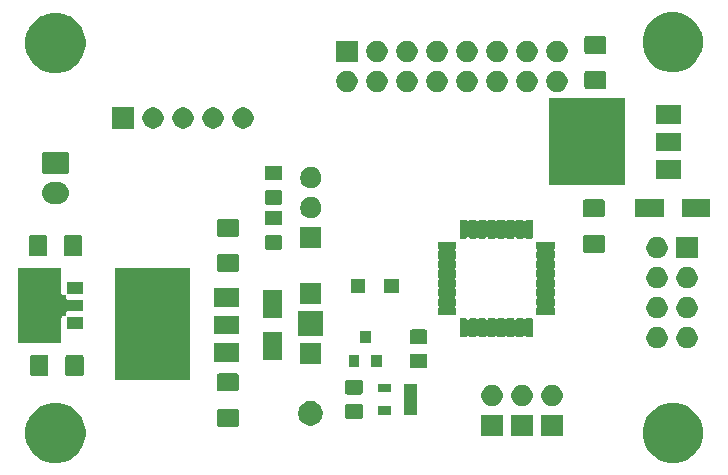
<source format=gbr>
G04 #@! TF.GenerationSoftware,KiCad,Pcbnew,5.1.6-c6e7f7d~86~ubuntu18.04.1*
G04 #@! TF.CreationDate,2020-06-27T17:17:55+01:00*
G04 #@! TF.ProjectId,Controller,436f6e74-726f-46c6-9c65-722e6b696361,rev?*
G04 #@! TF.SameCoordinates,Original*
G04 #@! TF.FileFunction,Soldermask,Top*
G04 #@! TF.FilePolarity,Negative*
%FSLAX46Y46*%
G04 Gerber Fmt 4.6, Leading zero omitted, Abs format (unit mm)*
G04 Created by KiCad (PCBNEW 5.1.6-c6e7f7d~86~ubuntu18.04.1) date 2020-06-27 17:17:55*
%MOMM*%
%LPD*%
G01*
G04 APERTURE LIST*
%ADD10C,0.100000*%
G04 APERTURE END LIST*
D10*
G36*
X158427298Y-123277033D02*
G01*
X158891550Y-123469332D01*
X158891552Y-123469333D01*
X159309368Y-123748509D01*
X159664691Y-124103832D01*
X159922075Y-124489034D01*
X159943868Y-124521650D01*
X160136167Y-124985902D01*
X160234200Y-125478747D01*
X160234200Y-125981253D01*
X160136167Y-126474098D01*
X159943868Y-126938350D01*
X159943867Y-126938352D01*
X159664691Y-127356168D01*
X159309368Y-127711491D01*
X158891552Y-127990667D01*
X158891551Y-127990668D01*
X158891550Y-127990668D01*
X158427298Y-128182967D01*
X157934453Y-128281000D01*
X157431947Y-128281000D01*
X156939102Y-128182967D01*
X156474850Y-127990668D01*
X156474849Y-127990668D01*
X156474848Y-127990667D01*
X156057032Y-127711491D01*
X155701709Y-127356168D01*
X155422533Y-126938352D01*
X155422532Y-126938350D01*
X155230233Y-126474098D01*
X155132200Y-125981253D01*
X155132200Y-125478747D01*
X155230233Y-124985902D01*
X155422532Y-124521650D01*
X155444325Y-124489034D01*
X155701709Y-124103832D01*
X156057032Y-123748509D01*
X156474848Y-123469333D01*
X156474850Y-123469332D01*
X156939102Y-123277033D01*
X157431947Y-123179000D01*
X157934453Y-123179000D01*
X158427298Y-123277033D01*
G37*
G36*
X106154098Y-123277033D02*
G01*
X106618350Y-123469332D01*
X106618352Y-123469333D01*
X107036168Y-123748509D01*
X107391491Y-124103832D01*
X107648875Y-124489034D01*
X107670668Y-124521650D01*
X107862967Y-124985902D01*
X107961000Y-125478747D01*
X107961000Y-125981253D01*
X107862967Y-126474098D01*
X107670668Y-126938350D01*
X107670667Y-126938352D01*
X107391491Y-127356168D01*
X107036168Y-127711491D01*
X106618352Y-127990667D01*
X106618351Y-127990668D01*
X106618350Y-127990668D01*
X106154098Y-128182967D01*
X105661253Y-128281000D01*
X105158747Y-128281000D01*
X104665902Y-128182967D01*
X104201650Y-127990668D01*
X104201649Y-127990668D01*
X104201648Y-127990667D01*
X103783832Y-127711491D01*
X103428509Y-127356168D01*
X103149333Y-126938352D01*
X103149332Y-126938350D01*
X102957033Y-126474098D01*
X102859000Y-125981253D01*
X102859000Y-125478747D01*
X102957033Y-124985902D01*
X103149332Y-124521650D01*
X103171125Y-124489034D01*
X103428509Y-124103832D01*
X103783832Y-123748509D01*
X104201648Y-123469333D01*
X104201650Y-123469332D01*
X104665902Y-123277033D01*
X105158747Y-123179000D01*
X105661253Y-123179000D01*
X106154098Y-123277033D01*
G37*
G36*
X148348000Y-125996000D02*
G01*
X146546000Y-125996000D01*
X146546000Y-124194000D01*
X148348000Y-124194000D01*
X148348000Y-125996000D01*
G37*
G36*
X145808000Y-125996000D02*
G01*
X144006000Y-125996000D01*
X144006000Y-124194000D01*
X145808000Y-124194000D01*
X145808000Y-125996000D01*
G37*
G36*
X143268000Y-125996000D02*
G01*
X141466000Y-125996000D01*
X141466000Y-124194000D01*
X143268000Y-124194000D01*
X143268000Y-125996000D01*
G37*
G36*
X120790562Y-123664181D02*
G01*
X120825481Y-123674774D01*
X120857663Y-123691976D01*
X120885873Y-123715127D01*
X120909024Y-123743337D01*
X120926226Y-123775519D01*
X120936819Y-123810438D01*
X120941000Y-123852895D01*
X120941000Y-124994105D01*
X120936819Y-125036562D01*
X120926226Y-125071481D01*
X120909024Y-125103663D01*
X120885873Y-125131873D01*
X120857663Y-125155024D01*
X120825481Y-125172226D01*
X120790562Y-125182819D01*
X120748105Y-125187000D01*
X119281895Y-125187000D01*
X119239438Y-125182819D01*
X119204519Y-125172226D01*
X119172337Y-125155024D01*
X119144127Y-125131873D01*
X119120976Y-125103663D01*
X119103774Y-125071481D01*
X119093181Y-125036562D01*
X119089000Y-124994105D01*
X119089000Y-123852895D01*
X119093181Y-123810438D01*
X119103774Y-123775519D01*
X119120976Y-123743337D01*
X119144127Y-123715127D01*
X119172337Y-123691976D01*
X119204519Y-123674774D01*
X119239438Y-123664181D01*
X119281895Y-123660000D01*
X120748105Y-123660000D01*
X120790562Y-123664181D01*
G37*
G36*
X127306564Y-123048389D02*
G01*
X127497833Y-123127615D01*
X127497835Y-123127616D01*
X127669973Y-123242635D01*
X127816365Y-123389027D01*
X127876591Y-123479161D01*
X127931385Y-123561167D01*
X128010611Y-123752436D01*
X128051000Y-123955484D01*
X128051000Y-124162516D01*
X128010611Y-124365564D01*
X127947358Y-124518270D01*
X127931384Y-124556835D01*
X127816365Y-124728973D01*
X127669973Y-124875365D01*
X127497835Y-124990384D01*
X127497834Y-124990385D01*
X127497833Y-124990385D01*
X127306564Y-125069611D01*
X127103516Y-125110000D01*
X126896484Y-125110000D01*
X126693436Y-125069611D01*
X126502167Y-124990385D01*
X126502166Y-124990385D01*
X126502165Y-124990384D01*
X126330027Y-124875365D01*
X126183635Y-124728973D01*
X126068616Y-124556835D01*
X126052642Y-124518270D01*
X125989389Y-124365564D01*
X125949000Y-124162516D01*
X125949000Y-123955484D01*
X125989389Y-123752436D01*
X126068615Y-123561167D01*
X126123410Y-123479161D01*
X126183635Y-123389027D01*
X126330027Y-123242635D01*
X126502165Y-123127616D01*
X126502167Y-123127615D01*
X126693436Y-123048389D01*
X126896484Y-123008000D01*
X127103516Y-123008000D01*
X127306564Y-123048389D01*
G37*
G36*
X131271674Y-123275965D02*
G01*
X131309367Y-123287399D01*
X131344103Y-123305966D01*
X131374548Y-123330952D01*
X131399534Y-123361397D01*
X131418101Y-123396133D01*
X131429535Y-123433826D01*
X131434000Y-123479161D01*
X131434000Y-124315839D01*
X131429535Y-124361174D01*
X131418101Y-124398867D01*
X131399534Y-124433603D01*
X131374548Y-124464048D01*
X131344103Y-124489034D01*
X131309367Y-124507601D01*
X131271674Y-124519035D01*
X131226339Y-124523500D01*
X130139661Y-124523500D01*
X130094326Y-124519035D01*
X130056633Y-124507601D01*
X130021897Y-124489034D01*
X129991452Y-124464048D01*
X129966466Y-124433603D01*
X129947899Y-124398867D01*
X129936465Y-124361174D01*
X129932000Y-124315839D01*
X129932000Y-123479161D01*
X129936465Y-123433826D01*
X129947899Y-123396133D01*
X129966466Y-123361397D01*
X129991452Y-123330952D01*
X130021897Y-123305966D01*
X130056633Y-123287399D01*
X130094326Y-123275965D01*
X130139661Y-123271500D01*
X131226339Y-123271500D01*
X131271674Y-123275965D01*
G37*
G36*
X136047000Y-124198500D02*
G01*
X134885000Y-124198500D01*
X134885000Y-121546500D01*
X136047000Y-121546500D01*
X136047000Y-124198500D01*
G37*
G36*
X133847000Y-124198500D02*
G01*
X132685000Y-124198500D01*
X132685000Y-123446500D01*
X133847000Y-123446500D01*
X133847000Y-124198500D01*
G37*
G36*
X142480512Y-121658927D02*
G01*
X142629812Y-121688624D01*
X142793784Y-121756544D01*
X142941354Y-121855147D01*
X143066853Y-121980646D01*
X143165456Y-122128216D01*
X143233376Y-122292188D01*
X143268000Y-122466259D01*
X143268000Y-122643741D01*
X143233376Y-122817812D01*
X143165456Y-122981784D01*
X143066853Y-123129354D01*
X142941354Y-123254853D01*
X142793784Y-123353456D01*
X142629812Y-123421376D01*
X142480512Y-123451073D01*
X142455742Y-123456000D01*
X142278258Y-123456000D01*
X142253488Y-123451073D01*
X142104188Y-123421376D01*
X141940216Y-123353456D01*
X141792646Y-123254853D01*
X141667147Y-123129354D01*
X141568544Y-122981784D01*
X141500624Y-122817812D01*
X141466000Y-122643741D01*
X141466000Y-122466259D01*
X141500624Y-122292188D01*
X141568544Y-122128216D01*
X141667147Y-121980646D01*
X141792646Y-121855147D01*
X141940216Y-121756544D01*
X142104188Y-121688624D01*
X142253488Y-121658927D01*
X142278258Y-121654000D01*
X142455742Y-121654000D01*
X142480512Y-121658927D01*
G37*
G36*
X145020512Y-121658927D02*
G01*
X145169812Y-121688624D01*
X145333784Y-121756544D01*
X145481354Y-121855147D01*
X145606853Y-121980646D01*
X145705456Y-122128216D01*
X145773376Y-122292188D01*
X145808000Y-122466259D01*
X145808000Y-122643741D01*
X145773376Y-122817812D01*
X145705456Y-122981784D01*
X145606853Y-123129354D01*
X145481354Y-123254853D01*
X145333784Y-123353456D01*
X145169812Y-123421376D01*
X145020512Y-123451073D01*
X144995742Y-123456000D01*
X144818258Y-123456000D01*
X144793488Y-123451073D01*
X144644188Y-123421376D01*
X144480216Y-123353456D01*
X144332646Y-123254853D01*
X144207147Y-123129354D01*
X144108544Y-122981784D01*
X144040624Y-122817812D01*
X144006000Y-122643741D01*
X144006000Y-122466259D01*
X144040624Y-122292188D01*
X144108544Y-122128216D01*
X144207147Y-121980646D01*
X144332646Y-121855147D01*
X144480216Y-121756544D01*
X144644188Y-121688624D01*
X144793488Y-121658927D01*
X144818258Y-121654000D01*
X144995742Y-121654000D01*
X145020512Y-121658927D01*
G37*
G36*
X147560512Y-121658927D02*
G01*
X147709812Y-121688624D01*
X147873784Y-121756544D01*
X148021354Y-121855147D01*
X148146853Y-121980646D01*
X148245456Y-122128216D01*
X148313376Y-122292188D01*
X148348000Y-122466259D01*
X148348000Y-122643741D01*
X148313376Y-122817812D01*
X148245456Y-122981784D01*
X148146853Y-123129354D01*
X148021354Y-123254853D01*
X147873784Y-123353456D01*
X147709812Y-123421376D01*
X147560512Y-123451073D01*
X147535742Y-123456000D01*
X147358258Y-123456000D01*
X147333488Y-123451073D01*
X147184188Y-123421376D01*
X147020216Y-123353456D01*
X146872646Y-123254853D01*
X146747147Y-123129354D01*
X146648544Y-122981784D01*
X146580624Y-122817812D01*
X146546000Y-122643741D01*
X146546000Y-122466259D01*
X146580624Y-122292188D01*
X146648544Y-122128216D01*
X146747147Y-121980646D01*
X146872646Y-121855147D01*
X147020216Y-121756544D01*
X147184188Y-121688624D01*
X147333488Y-121658927D01*
X147358258Y-121654000D01*
X147535742Y-121654000D01*
X147560512Y-121658927D01*
G37*
G36*
X131271674Y-121225965D02*
G01*
X131309367Y-121237399D01*
X131344103Y-121255966D01*
X131374548Y-121280952D01*
X131399534Y-121311397D01*
X131418101Y-121346133D01*
X131429535Y-121383826D01*
X131434000Y-121429161D01*
X131434000Y-122265839D01*
X131429535Y-122311174D01*
X131418101Y-122348867D01*
X131399534Y-122383603D01*
X131374548Y-122414048D01*
X131344103Y-122439034D01*
X131309367Y-122457601D01*
X131271674Y-122469035D01*
X131226339Y-122473500D01*
X130139661Y-122473500D01*
X130094326Y-122469035D01*
X130056633Y-122457601D01*
X130021897Y-122439034D01*
X129991452Y-122414048D01*
X129966466Y-122383603D01*
X129947899Y-122348867D01*
X129936465Y-122311174D01*
X129932000Y-122265839D01*
X129932000Y-121429161D01*
X129936465Y-121383826D01*
X129947899Y-121346133D01*
X129966466Y-121311397D01*
X129991452Y-121280952D01*
X130021897Y-121255966D01*
X130056633Y-121237399D01*
X130094326Y-121225965D01*
X130139661Y-121221500D01*
X131226339Y-121221500D01*
X131271674Y-121225965D01*
G37*
G36*
X133847000Y-122298500D02*
G01*
X132685000Y-122298500D01*
X132685000Y-121546500D01*
X133847000Y-121546500D01*
X133847000Y-122298500D01*
G37*
G36*
X120790562Y-120689181D02*
G01*
X120825481Y-120699774D01*
X120857663Y-120716976D01*
X120885873Y-120740127D01*
X120909024Y-120768337D01*
X120926226Y-120800519D01*
X120936819Y-120835438D01*
X120941000Y-120877895D01*
X120941000Y-122019105D01*
X120936819Y-122061562D01*
X120926226Y-122096481D01*
X120909024Y-122128663D01*
X120885873Y-122156873D01*
X120857663Y-122180024D01*
X120825481Y-122197226D01*
X120790562Y-122207819D01*
X120748105Y-122212000D01*
X119281895Y-122212000D01*
X119239438Y-122207819D01*
X119204519Y-122197226D01*
X119172337Y-122180024D01*
X119144127Y-122156873D01*
X119120976Y-122128663D01*
X119103774Y-122096481D01*
X119093181Y-122061562D01*
X119089000Y-122019105D01*
X119089000Y-120877895D01*
X119093181Y-120835438D01*
X119103774Y-120800519D01*
X119120976Y-120768337D01*
X119144127Y-120740127D01*
X119172337Y-120716976D01*
X119204519Y-120699774D01*
X119239438Y-120689181D01*
X119281895Y-120685000D01*
X120748105Y-120685000D01*
X120790562Y-120689181D01*
G37*
G36*
X116840000Y-121285000D02*
G01*
X110490000Y-121285000D01*
X110490000Y-111760000D01*
X116840000Y-111760000D01*
X116840000Y-121285000D01*
G37*
G36*
X104662562Y-119093181D02*
G01*
X104697481Y-119103774D01*
X104729663Y-119120976D01*
X104757873Y-119144127D01*
X104781024Y-119172337D01*
X104798226Y-119204519D01*
X104808819Y-119239438D01*
X104813000Y-119281895D01*
X104813000Y-120748105D01*
X104808819Y-120790562D01*
X104798226Y-120825481D01*
X104781024Y-120857663D01*
X104757873Y-120885873D01*
X104729663Y-120909024D01*
X104697481Y-120926226D01*
X104662562Y-120936819D01*
X104620105Y-120941000D01*
X103478895Y-120941000D01*
X103436438Y-120936819D01*
X103401519Y-120926226D01*
X103369337Y-120909024D01*
X103341127Y-120885873D01*
X103317976Y-120857663D01*
X103300774Y-120825481D01*
X103290181Y-120790562D01*
X103286000Y-120748105D01*
X103286000Y-119281895D01*
X103290181Y-119239438D01*
X103300774Y-119204519D01*
X103317976Y-119172337D01*
X103341127Y-119144127D01*
X103369337Y-119120976D01*
X103401519Y-119103774D01*
X103436438Y-119093181D01*
X103478895Y-119089000D01*
X104620105Y-119089000D01*
X104662562Y-119093181D01*
G37*
G36*
X107637562Y-119093181D02*
G01*
X107672481Y-119103774D01*
X107704663Y-119120976D01*
X107732873Y-119144127D01*
X107756024Y-119172337D01*
X107773226Y-119204519D01*
X107783819Y-119239438D01*
X107788000Y-119281895D01*
X107788000Y-120748105D01*
X107783819Y-120790562D01*
X107773226Y-120825481D01*
X107756024Y-120857663D01*
X107732873Y-120885873D01*
X107704663Y-120909024D01*
X107672481Y-120926226D01*
X107637562Y-120936819D01*
X107595105Y-120941000D01*
X106453895Y-120941000D01*
X106411438Y-120936819D01*
X106376519Y-120926226D01*
X106344337Y-120909024D01*
X106316127Y-120885873D01*
X106292976Y-120857663D01*
X106275774Y-120825481D01*
X106265181Y-120790562D01*
X106261000Y-120748105D01*
X106261000Y-119281895D01*
X106265181Y-119239438D01*
X106275774Y-119204519D01*
X106292976Y-119172337D01*
X106316127Y-119144127D01*
X106344337Y-119120976D01*
X106376519Y-119103774D01*
X106411438Y-119093181D01*
X106453895Y-119089000D01*
X107595105Y-119089000D01*
X107637562Y-119093181D01*
G37*
G36*
X136732674Y-119021465D02*
G01*
X136770367Y-119032899D01*
X136805103Y-119051466D01*
X136835548Y-119076452D01*
X136860534Y-119106897D01*
X136879101Y-119141633D01*
X136890535Y-119179326D01*
X136895000Y-119224661D01*
X136895000Y-120061339D01*
X136890535Y-120106674D01*
X136879101Y-120144367D01*
X136860534Y-120179103D01*
X136835548Y-120209548D01*
X136805103Y-120234534D01*
X136770367Y-120253101D01*
X136732674Y-120264535D01*
X136687339Y-120269000D01*
X135600661Y-120269000D01*
X135555326Y-120264535D01*
X135517633Y-120253101D01*
X135482897Y-120234534D01*
X135452452Y-120209548D01*
X135427466Y-120179103D01*
X135408899Y-120144367D01*
X135397465Y-120106674D01*
X135393000Y-120061339D01*
X135393000Y-119224661D01*
X135397465Y-119179326D01*
X135408899Y-119141633D01*
X135427466Y-119106897D01*
X135452452Y-119076452D01*
X135482897Y-119051466D01*
X135517633Y-119032899D01*
X135555326Y-119021465D01*
X135600661Y-119017000D01*
X136687339Y-119017000D01*
X136732674Y-119021465D01*
G37*
G36*
X131136500Y-120119000D02*
G01*
X130234500Y-120119000D01*
X130234500Y-119117000D01*
X131136500Y-119117000D01*
X131136500Y-120119000D01*
G37*
G36*
X133036500Y-120119000D02*
G01*
X132134500Y-120119000D01*
X132134500Y-119117000D01*
X133036500Y-119117000D01*
X133036500Y-120119000D01*
G37*
G36*
X127901000Y-119900000D02*
G01*
X126099000Y-119900000D01*
X126099000Y-118098000D01*
X127901000Y-118098000D01*
X127901000Y-119900000D01*
G37*
G36*
X120914000Y-119687000D02*
G01*
X118812000Y-119687000D01*
X118812000Y-118085000D01*
X120914000Y-118085000D01*
X120914000Y-119687000D01*
G37*
G36*
X124626000Y-119565000D02*
G01*
X123024000Y-119565000D01*
X123024000Y-117163000D01*
X124626000Y-117163000D01*
X124626000Y-119565000D01*
G37*
G36*
X158990512Y-116769427D02*
G01*
X159139812Y-116799124D01*
X159303784Y-116867044D01*
X159451354Y-116965647D01*
X159576853Y-117091146D01*
X159675456Y-117238716D01*
X159743376Y-117402688D01*
X159778000Y-117576759D01*
X159778000Y-117754241D01*
X159743376Y-117928312D01*
X159675456Y-118092284D01*
X159576853Y-118239854D01*
X159451354Y-118365353D01*
X159303784Y-118463956D01*
X159139812Y-118531876D01*
X158990512Y-118561573D01*
X158965742Y-118566500D01*
X158788258Y-118566500D01*
X158763488Y-118561573D01*
X158614188Y-118531876D01*
X158450216Y-118463956D01*
X158302646Y-118365353D01*
X158177147Y-118239854D01*
X158078544Y-118092284D01*
X158010624Y-117928312D01*
X157976000Y-117754241D01*
X157976000Y-117576759D01*
X158010624Y-117402688D01*
X158078544Y-117238716D01*
X158177147Y-117091146D01*
X158302646Y-116965647D01*
X158450216Y-116867044D01*
X158614188Y-116799124D01*
X158763488Y-116769427D01*
X158788258Y-116764500D01*
X158965742Y-116764500D01*
X158990512Y-116769427D01*
G37*
G36*
X156450512Y-116769427D02*
G01*
X156599812Y-116799124D01*
X156763784Y-116867044D01*
X156911354Y-116965647D01*
X157036853Y-117091146D01*
X157135456Y-117238716D01*
X157203376Y-117402688D01*
X157238000Y-117576759D01*
X157238000Y-117754241D01*
X157203376Y-117928312D01*
X157135456Y-118092284D01*
X157036853Y-118239854D01*
X156911354Y-118365353D01*
X156763784Y-118463956D01*
X156599812Y-118531876D01*
X156450512Y-118561573D01*
X156425742Y-118566500D01*
X156248258Y-118566500D01*
X156223488Y-118561573D01*
X156074188Y-118531876D01*
X155910216Y-118463956D01*
X155762646Y-118365353D01*
X155637147Y-118239854D01*
X155538544Y-118092284D01*
X155470624Y-117928312D01*
X155436000Y-117754241D01*
X155436000Y-117576759D01*
X155470624Y-117402688D01*
X155538544Y-117238716D01*
X155637147Y-117091146D01*
X155762646Y-116965647D01*
X155910216Y-116867044D01*
X156074188Y-116799124D01*
X156223488Y-116769427D01*
X156248258Y-116764500D01*
X156425742Y-116764500D01*
X156450512Y-116769427D01*
G37*
G36*
X136732674Y-116971465D02*
G01*
X136770367Y-116982899D01*
X136805103Y-117001466D01*
X136835548Y-117026452D01*
X136860534Y-117056897D01*
X136879101Y-117091633D01*
X136890535Y-117129326D01*
X136895000Y-117174661D01*
X136895000Y-118011339D01*
X136890535Y-118056674D01*
X136879101Y-118094367D01*
X136860534Y-118129103D01*
X136835548Y-118159548D01*
X136805103Y-118184534D01*
X136770367Y-118203101D01*
X136732674Y-118214535D01*
X136687339Y-118219000D01*
X135600661Y-118219000D01*
X135555326Y-118214535D01*
X135517633Y-118203101D01*
X135482897Y-118184534D01*
X135452452Y-118159548D01*
X135427466Y-118129103D01*
X135408899Y-118094367D01*
X135397465Y-118056674D01*
X135393000Y-118011339D01*
X135393000Y-117174661D01*
X135397465Y-117129326D01*
X135408899Y-117091633D01*
X135427466Y-117056897D01*
X135452452Y-117026452D01*
X135482897Y-117001466D01*
X135517633Y-116982899D01*
X135555326Y-116971465D01*
X135600661Y-116967000D01*
X136687339Y-116967000D01*
X136732674Y-116971465D01*
G37*
G36*
X132086500Y-118119000D02*
G01*
X131184500Y-118119000D01*
X131184500Y-117117000D01*
X132086500Y-117117000D01*
X132086500Y-118119000D01*
G37*
G36*
X105918000Y-113891649D02*
G01*
X105920402Y-113916035D01*
X105927515Y-113939484D01*
X105939066Y-113961095D01*
X105954611Y-113980037D01*
X105973553Y-113995582D01*
X105995164Y-114007133D01*
X106018613Y-114014246D01*
X106042999Y-114016648D01*
X106234001Y-114016648D01*
X106258387Y-114014246D01*
X106281836Y-114007133D01*
X106303447Y-113995582D01*
X106306259Y-113993274D01*
X106295628Y-114013164D01*
X106288515Y-114036613D01*
X106286113Y-114060999D01*
X106286715Y-114073255D01*
X106286852Y-114074646D01*
X106286852Y-114308149D01*
X106289254Y-114332535D01*
X106296367Y-114355984D01*
X106307918Y-114377595D01*
X106323463Y-114396537D01*
X106342405Y-114412082D01*
X106364016Y-114423633D01*
X106387465Y-114430746D01*
X106411851Y-114433148D01*
X107703860Y-114433148D01*
X107719999Y-114434737D01*
X107729608Y-114437652D01*
X107738472Y-114442390D01*
X107746237Y-114448763D01*
X107752610Y-114456528D01*
X107757348Y-114465392D01*
X107760263Y-114475001D01*
X107761852Y-114491140D01*
X107761852Y-115378860D01*
X107760263Y-115394999D01*
X107757348Y-115404608D01*
X107752610Y-115413472D01*
X107746237Y-115421237D01*
X107738472Y-115427610D01*
X107729608Y-115432348D01*
X107719999Y-115435263D01*
X107703860Y-115436852D01*
X106411851Y-115436852D01*
X106387465Y-115439254D01*
X106364016Y-115446367D01*
X106342405Y-115457918D01*
X106323463Y-115473463D01*
X106307918Y-115492405D01*
X106296367Y-115514016D01*
X106289254Y-115537465D01*
X106286852Y-115561851D01*
X106286852Y-115795354D01*
X106286715Y-115796745D01*
X106286715Y-115821249D01*
X106291494Y-115845283D01*
X106300871Y-115867922D01*
X106307353Y-115877623D01*
X106303447Y-115874418D01*
X106281836Y-115862867D01*
X106258387Y-115855754D01*
X106234001Y-115853352D01*
X106042999Y-115853352D01*
X106018613Y-115855754D01*
X105995164Y-115862867D01*
X105973553Y-115874418D01*
X105954611Y-115889963D01*
X105939066Y-115908905D01*
X105927515Y-115930516D01*
X105920402Y-115953965D01*
X105918000Y-115978351D01*
X105918000Y-118110000D01*
X102235000Y-118110000D01*
X102235000Y-111760000D01*
X105918000Y-111760000D01*
X105918000Y-113891649D01*
G37*
G36*
X140165351Y-116025284D02*
G01*
X140181743Y-116030257D01*
X140196855Y-116038334D01*
X140210098Y-116049202D01*
X140220967Y-116062447D01*
X140225061Y-116070106D01*
X140238674Y-116090480D01*
X140256001Y-116107807D01*
X140276376Y-116121421D01*
X140299014Y-116130798D01*
X140323048Y-116135579D01*
X140347552Y-116135579D01*
X140371585Y-116130799D01*
X140394224Y-116121421D01*
X140414598Y-116107808D01*
X140431925Y-116090481D01*
X140445539Y-116070106D01*
X140449633Y-116062447D01*
X140460502Y-116049202D01*
X140473745Y-116038334D01*
X140488857Y-116030257D01*
X140505249Y-116025284D01*
X140528441Y-116023000D01*
X140942159Y-116023000D01*
X140965351Y-116025284D01*
X140981743Y-116030257D01*
X140996855Y-116038334D01*
X141010098Y-116049202D01*
X141020967Y-116062447D01*
X141025061Y-116070106D01*
X141038674Y-116090480D01*
X141056001Y-116107807D01*
X141076376Y-116121421D01*
X141099014Y-116130798D01*
X141123048Y-116135579D01*
X141147552Y-116135579D01*
X141171585Y-116130799D01*
X141194224Y-116121421D01*
X141214598Y-116107808D01*
X141231925Y-116090481D01*
X141245539Y-116070106D01*
X141249633Y-116062447D01*
X141260502Y-116049202D01*
X141273745Y-116038334D01*
X141288857Y-116030257D01*
X141305249Y-116025284D01*
X141328441Y-116023000D01*
X141742159Y-116023000D01*
X141765351Y-116025284D01*
X141781743Y-116030257D01*
X141796855Y-116038334D01*
X141810098Y-116049202D01*
X141820967Y-116062447D01*
X141825061Y-116070106D01*
X141838674Y-116090480D01*
X141856001Y-116107807D01*
X141876376Y-116121421D01*
X141899014Y-116130798D01*
X141923048Y-116135579D01*
X141947552Y-116135579D01*
X141971585Y-116130799D01*
X141994224Y-116121421D01*
X142014598Y-116107808D01*
X142031925Y-116090481D01*
X142045539Y-116070106D01*
X142049633Y-116062447D01*
X142060502Y-116049202D01*
X142073745Y-116038334D01*
X142088857Y-116030257D01*
X142105249Y-116025284D01*
X142128441Y-116023000D01*
X142542159Y-116023000D01*
X142565351Y-116025284D01*
X142581743Y-116030257D01*
X142596855Y-116038334D01*
X142610098Y-116049202D01*
X142620967Y-116062447D01*
X142625061Y-116070106D01*
X142638674Y-116090480D01*
X142656001Y-116107807D01*
X142676376Y-116121421D01*
X142699014Y-116130798D01*
X142723048Y-116135579D01*
X142747552Y-116135579D01*
X142771585Y-116130799D01*
X142794224Y-116121421D01*
X142814598Y-116107808D01*
X142831925Y-116090481D01*
X142845539Y-116070106D01*
X142849633Y-116062447D01*
X142860502Y-116049202D01*
X142873745Y-116038334D01*
X142888857Y-116030257D01*
X142905249Y-116025284D01*
X142928441Y-116023000D01*
X143342159Y-116023000D01*
X143365351Y-116025284D01*
X143381743Y-116030257D01*
X143396855Y-116038334D01*
X143410098Y-116049202D01*
X143420967Y-116062447D01*
X143425061Y-116070106D01*
X143438674Y-116090480D01*
X143456001Y-116107807D01*
X143476376Y-116121421D01*
X143499014Y-116130798D01*
X143523048Y-116135579D01*
X143547552Y-116135579D01*
X143571585Y-116130799D01*
X143594224Y-116121421D01*
X143614598Y-116107808D01*
X143631925Y-116090481D01*
X143645539Y-116070106D01*
X143649633Y-116062447D01*
X143660502Y-116049202D01*
X143673745Y-116038334D01*
X143688857Y-116030257D01*
X143705249Y-116025284D01*
X143728441Y-116023000D01*
X144142159Y-116023000D01*
X144165351Y-116025284D01*
X144181743Y-116030257D01*
X144196855Y-116038334D01*
X144210098Y-116049202D01*
X144220967Y-116062447D01*
X144225061Y-116070106D01*
X144238674Y-116090480D01*
X144256001Y-116107807D01*
X144276376Y-116121421D01*
X144299014Y-116130798D01*
X144323048Y-116135579D01*
X144347552Y-116135579D01*
X144371585Y-116130799D01*
X144394224Y-116121421D01*
X144414598Y-116107808D01*
X144431925Y-116090481D01*
X144445539Y-116070106D01*
X144449633Y-116062447D01*
X144460502Y-116049202D01*
X144473745Y-116038334D01*
X144488857Y-116030257D01*
X144505249Y-116025284D01*
X144528441Y-116023000D01*
X144942159Y-116023000D01*
X144965351Y-116025284D01*
X144981743Y-116030257D01*
X144996855Y-116038334D01*
X145010098Y-116049202D01*
X145020967Y-116062447D01*
X145025061Y-116070106D01*
X145038674Y-116090480D01*
X145056001Y-116107807D01*
X145076376Y-116121421D01*
X145099014Y-116130798D01*
X145123048Y-116135579D01*
X145147552Y-116135579D01*
X145171585Y-116130799D01*
X145194224Y-116121421D01*
X145214598Y-116107808D01*
X145231925Y-116090481D01*
X145245539Y-116070106D01*
X145249633Y-116062447D01*
X145260502Y-116049202D01*
X145273745Y-116038334D01*
X145288857Y-116030257D01*
X145305249Y-116025284D01*
X145328441Y-116023000D01*
X145742159Y-116023000D01*
X145765351Y-116025284D01*
X145781743Y-116030257D01*
X145796855Y-116038334D01*
X145810098Y-116049202D01*
X145820966Y-116062445D01*
X145829043Y-116077557D01*
X145834016Y-116093949D01*
X145836300Y-116117141D01*
X145836300Y-117530859D01*
X145834016Y-117554051D01*
X145829043Y-117570443D01*
X145820966Y-117585555D01*
X145810098Y-117598798D01*
X145796855Y-117609666D01*
X145781743Y-117617743D01*
X145765351Y-117622716D01*
X145742159Y-117625000D01*
X145328441Y-117625000D01*
X145305249Y-117622716D01*
X145288857Y-117617743D01*
X145273745Y-117609666D01*
X145260502Y-117598798D01*
X145249633Y-117585553D01*
X145245539Y-117577894D01*
X145231926Y-117557520D01*
X145214599Y-117540193D01*
X145194224Y-117526579D01*
X145171586Y-117517202D01*
X145147552Y-117512421D01*
X145123048Y-117512421D01*
X145099015Y-117517201D01*
X145076376Y-117526579D01*
X145056002Y-117540192D01*
X145038675Y-117557519D01*
X145025061Y-117577894D01*
X145020967Y-117585553D01*
X145010098Y-117598798D01*
X144996855Y-117609666D01*
X144981743Y-117617743D01*
X144965351Y-117622716D01*
X144942159Y-117625000D01*
X144528441Y-117625000D01*
X144505249Y-117622716D01*
X144488857Y-117617743D01*
X144473745Y-117609666D01*
X144460502Y-117598798D01*
X144449633Y-117585553D01*
X144445539Y-117577894D01*
X144431926Y-117557520D01*
X144414599Y-117540193D01*
X144394224Y-117526579D01*
X144371586Y-117517202D01*
X144347552Y-117512421D01*
X144323048Y-117512421D01*
X144299015Y-117517201D01*
X144276376Y-117526579D01*
X144256002Y-117540192D01*
X144238675Y-117557519D01*
X144225061Y-117577894D01*
X144220967Y-117585553D01*
X144210098Y-117598798D01*
X144196855Y-117609666D01*
X144181743Y-117617743D01*
X144165351Y-117622716D01*
X144142159Y-117625000D01*
X143728441Y-117625000D01*
X143705249Y-117622716D01*
X143688857Y-117617743D01*
X143673745Y-117609666D01*
X143660502Y-117598798D01*
X143649633Y-117585553D01*
X143645539Y-117577894D01*
X143631926Y-117557520D01*
X143614599Y-117540193D01*
X143594224Y-117526579D01*
X143571586Y-117517202D01*
X143547552Y-117512421D01*
X143523048Y-117512421D01*
X143499015Y-117517201D01*
X143476376Y-117526579D01*
X143456002Y-117540192D01*
X143438675Y-117557519D01*
X143425061Y-117577894D01*
X143420967Y-117585553D01*
X143410098Y-117598798D01*
X143396855Y-117609666D01*
X143381743Y-117617743D01*
X143365351Y-117622716D01*
X143342159Y-117625000D01*
X142928441Y-117625000D01*
X142905249Y-117622716D01*
X142888857Y-117617743D01*
X142873745Y-117609666D01*
X142860502Y-117598798D01*
X142849633Y-117585553D01*
X142845539Y-117577894D01*
X142831926Y-117557520D01*
X142814599Y-117540193D01*
X142794224Y-117526579D01*
X142771586Y-117517202D01*
X142747552Y-117512421D01*
X142723048Y-117512421D01*
X142699015Y-117517201D01*
X142676376Y-117526579D01*
X142656002Y-117540192D01*
X142638675Y-117557519D01*
X142625061Y-117577894D01*
X142620967Y-117585553D01*
X142610098Y-117598798D01*
X142596855Y-117609666D01*
X142581743Y-117617743D01*
X142565351Y-117622716D01*
X142542159Y-117625000D01*
X142128441Y-117625000D01*
X142105249Y-117622716D01*
X142088857Y-117617743D01*
X142073745Y-117609666D01*
X142060502Y-117598798D01*
X142049633Y-117585553D01*
X142045539Y-117577894D01*
X142031926Y-117557520D01*
X142014599Y-117540193D01*
X141994224Y-117526579D01*
X141971586Y-117517202D01*
X141947552Y-117512421D01*
X141923048Y-117512421D01*
X141899015Y-117517201D01*
X141876376Y-117526579D01*
X141856002Y-117540192D01*
X141838675Y-117557519D01*
X141825061Y-117577894D01*
X141820967Y-117585553D01*
X141810098Y-117598798D01*
X141796855Y-117609666D01*
X141781743Y-117617743D01*
X141765351Y-117622716D01*
X141742159Y-117625000D01*
X141328441Y-117625000D01*
X141305249Y-117622716D01*
X141288857Y-117617743D01*
X141273745Y-117609666D01*
X141260502Y-117598798D01*
X141249633Y-117585553D01*
X141245539Y-117577894D01*
X141231926Y-117557520D01*
X141214599Y-117540193D01*
X141194224Y-117526579D01*
X141171586Y-117517202D01*
X141147552Y-117512421D01*
X141123048Y-117512421D01*
X141099015Y-117517201D01*
X141076376Y-117526579D01*
X141056002Y-117540192D01*
X141038675Y-117557519D01*
X141025061Y-117577894D01*
X141020967Y-117585553D01*
X141010098Y-117598798D01*
X140996855Y-117609666D01*
X140981743Y-117617743D01*
X140965351Y-117622716D01*
X140942159Y-117625000D01*
X140528441Y-117625000D01*
X140505249Y-117622716D01*
X140488857Y-117617743D01*
X140473745Y-117609666D01*
X140460502Y-117598798D01*
X140449633Y-117585553D01*
X140445539Y-117577894D01*
X140431926Y-117557520D01*
X140414599Y-117540193D01*
X140394224Y-117526579D01*
X140371586Y-117517202D01*
X140347552Y-117512421D01*
X140323048Y-117512421D01*
X140299015Y-117517201D01*
X140276376Y-117526579D01*
X140256002Y-117540192D01*
X140238675Y-117557519D01*
X140225061Y-117577894D01*
X140220967Y-117585553D01*
X140210098Y-117598798D01*
X140196855Y-117609666D01*
X140181743Y-117617743D01*
X140165351Y-117622716D01*
X140142159Y-117625000D01*
X139728441Y-117625000D01*
X139705249Y-117622716D01*
X139688857Y-117617743D01*
X139673745Y-117609666D01*
X139660502Y-117598798D01*
X139649634Y-117585555D01*
X139641557Y-117570443D01*
X139636584Y-117554051D01*
X139634300Y-117530859D01*
X139634300Y-116117141D01*
X139636584Y-116093949D01*
X139641557Y-116077557D01*
X139649634Y-116062445D01*
X139660502Y-116049202D01*
X139673745Y-116038334D01*
X139688857Y-116030257D01*
X139705249Y-116025284D01*
X139728441Y-116023000D01*
X140142159Y-116023000D01*
X140165351Y-116025284D01*
G37*
G36*
X128051000Y-117510000D02*
G01*
X125949000Y-117510000D01*
X125949000Y-115408000D01*
X128051000Y-115408000D01*
X128051000Y-117510000D01*
G37*
G36*
X120914000Y-117387000D02*
G01*
X118812000Y-117387000D01*
X118812000Y-115785000D01*
X120914000Y-115785000D01*
X120914000Y-117387000D01*
G37*
G36*
X106352185Y-115919239D02*
G01*
X106374823Y-115928617D01*
X106398856Y-115933398D01*
X106411112Y-115934000D01*
X107761000Y-115934000D01*
X107761000Y-116936000D01*
X106359000Y-116936000D01*
X106359000Y-115978351D01*
X106356598Y-115953965D01*
X106349485Y-115930516D01*
X106338608Y-115910166D01*
X106352185Y-115919239D01*
G37*
G36*
X156450512Y-114229427D02*
G01*
X156599812Y-114259124D01*
X156763784Y-114327044D01*
X156911354Y-114425647D01*
X157036853Y-114551146D01*
X157135456Y-114698716D01*
X157203376Y-114862688D01*
X157238000Y-115036759D01*
X157238000Y-115214241D01*
X157203376Y-115388312D01*
X157135456Y-115552284D01*
X157036853Y-115699854D01*
X156911354Y-115825353D01*
X156763784Y-115923956D01*
X156599812Y-115991876D01*
X156450512Y-116021573D01*
X156425742Y-116026500D01*
X156248258Y-116026500D01*
X156223488Y-116021573D01*
X156074188Y-115991876D01*
X155910216Y-115923956D01*
X155762646Y-115825353D01*
X155637147Y-115699854D01*
X155538544Y-115552284D01*
X155470624Y-115388312D01*
X155436000Y-115214241D01*
X155436000Y-115036759D01*
X155470624Y-114862688D01*
X155538544Y-114698716D01*
X155637147Y-114551146D01*
X155762646Y-114425647D01*
X155910216Y-114327044D01*
X156074188Y-114259124D01*
X156223488Y-114229427D01*
X156248258Y-114224500D01*
X156425742Y-114224500D01*
X156450512Y-114229427D01*
G37*
G36*
X158990512Y-114229427D02*
G01*
X159139812Y-114259124D01*
X159303784Y-114327044D01*
X159451354Y-114425647D01*
X159576853Y-114551146D01*
X159675456Y-114698716D01*
X159743376Y-114862688D01*
X159778000Y-115036759D01*
X159778000Y-115214241D01*
X159743376Y-115388312D01*
X159675456Y-115552284D01*
X159576853Y-115699854D01*
X159451354Y-115825353D01*
X159303784Y-115923956D01*
X159139812Y-115991876D01*
X158990512Y-116021573D01*
X158965742Y-116026500D01*
X158788258Y-116026500D01*
X158763488Y-116021573D01*
X158614188Y-115991876D01*
X158450216Y-115923956D01*
X158302646Y-115825353D01*
X158177147Y-115699854D01*
X158078544Y-115552284D01*
X158010624Y-115388312D01*
X157976000Y-115214241D01*
X157976000Y-115036759D01*
X158010624Y-114862688D01*
X158078544Y-114698716D01*
X158177147Y-114551146D01*
X158302646Y-114425647D01*
X158450216Y-114327044D01*
X158614188Y-114259124D01*
X158763488Y-114229427D01*
X158788258Y-114224500D01*
X158965742Y-114224500D01*
X158990512Y-114229427D01*
G37*
G36*
X124626000Y-116009000D02*
G01*
X123024000Y-116009000D01*
X123024000Y-113607000D01*
X124626000Y-113607000D01*
X124626000Y-116009000D01*
G37*
G36*
X139290351Y-109550284D02*
G01*
X139306743Y-109555257D01*
X139321855Y-109563334D01*
X139335098Y-109574202D01*
X139345966Y-109587445D01*
X139354043Y-109602557D01*
X139359016Y-109618949D01*
X139361300Y-109642141D01*
X139361300Y-110055859D01*
X139359016Y-110079051D01*
X139354043Y-110095443D01*
X139345966Y-110110555D01*
X139335098Y-110123798D01*
X139321853Y-110134667D01*
X139314194Y-110138761D01*
X139293820Y-110152374D01*
X139276493Y-110169701D01*
X139262879Y-110190076D01*
X139253502Y-110212714D01*
X139248721Y-110236748D01*
X139248721Y-110261252D01*
X139253501Y-110285285D01*
X139262879Y-110307924D01*
X139276492Y-110328298D01*
X139293819Y-110345625D01*
X139314194Y-110359239D01*
X139321853Y-110363333D01*
X139335098Y-110374202D01*
X139345966Y-110387445D01*
X139354043Y-110402557D01*
X139359016Y-110418949D01*
X139361300Y-110442141D01*
X139361300Y-110855859D01*
X139359016Y-110879051D01*
X139354043Y-110895443D01*
X139345966Y-110910555D01*
X139335098Y-110923798D01*
X139321853Y-110934667D01*
X139314194Y-110938761D01*
X139293820Y-110952374D01*
X139276493Y-110969701D01*
X139262879Y-110990076D01*
X139253502Y-111012714D01*
X139248721Y-111036748D01*
X139248721Y-111061252D01*
X139253501Y-111085285D01*
X139262879Y-111107924D01*
X139276492Y-111128298D01*
X139293819Y-111145625D01*
X139314194Y-111159239D01*
X139321853Y-111163333D01*
X139335098Y-111174202D01*
X139345966Y-111187445D01*
X139354043Y-111202557D01*
X139359016Y-111218949D01*
X139361300Y-111242141D01*
X139361300Y-111655859D01*
X139359016Y-111679051D01*
X139354043Y-111695443D01*
X139345966Y-111710555D01*
X139335098Y-111723798D01*
X139321853Y-111734667D01*
X139314194Y-111738761D01*
X139293820Y-111752374D01*
X139276493Y-111769701D01*
X139262879Y-111790076D01*
X139253502Y-111812714D01*
X139248721Y-111836748D01*
X139248721Y-111861252D01*
X139253501Y-111885285D01*
X139262879Y-111907924D01*
X139276492Y-111928298D01*
X139293819Y-111945625D01*
X139314194Y-111959239D01*
X139321853Y-111963333D01*
X139335098Y-111974202D01*
X139345966Y-111987445D01*
X139354043Y-112002557D01*
X139359016Y-112018949D01*
X139361300Y-112042141D01*
X139361300Y-112455859D01*
X139359016Y-112479051D01*
X139354043Y-112495443D01*
X139345966Y-112510555D01*
X139335098Y-112523798D01*
X139321853Y-112534667D01*
X139314194Y-112538761D01*
X139293820Y-112552374D01*
X139276493Y-112569701D01*
X139262879Y-112590076D01*
X139253502Y-112612714D01*
X139248721Y-112636748D01*
X139248721Y-112661252D01*
X139253501Y-112685285D01*
X139262879Y-112707924D01*
X139276492Y-112728298D01*
X139293819Y-112745625D01*
X139314194Y-112759239D01*
X139321853Y-112763333D01*
X139335098Y-112774202D01*
X139345966Y-112787445D01*
X139354043Y-112802557D01*
X139359016Y-112818949D01*
X139361300Y-112842141D01*
X139361300Y-113255859D01*
X139359016Y-113279051D01*
X139354043Y-113295443D01*
X139345966Y-113310555D01*
X139335098Y-113323798D01*
X139321853Y-113334667D01*
X139314194Y-113338761D01*
X139293820Y-113352374D01*
X139276493Y-113369701D01*
X139262879Y-113390076D01*
X139253502Y-113412714D01*
X139248721Y-113436748D01*
X139248721Y-113461252D01*
X139253501Y-113485285D01*
X139262879Y-113507924D01*
X139276492Y-113528298D01*
X139293819Y-113545625D01*
X139314194Y-113559239D01*
X139321853Y-113563333D01*
X139335098Y-113574202D01*
X139345966Y-113587445D01*
X139354043Y-113602557D01*
X139359016Y-113618949D01*
X139361300Y-113642141D01*
X139361300Y-114055859D01*
X139359016Y-114079051D01*
X139354043Y-114095443D01*
X139345966Y-114110555D01*
X139335098Y-114123798D01*
X139321853Y-114134667D01*
X139314194Y-114138761D01*
X139293820Y-114152374D01*
X139276493Y-114169701D01*
X139262879Y-114190076D01*
X139253502Y-114212714D01*
X139248721Y-114236748D01*
X139248721Y-114261252D01*
X139253501Y-114285285D01*
X139262879Y-114307924D01*
X139276492Y-114328298D01*
X139293819Y-114345625D01*
X139314194Y-114359239D01*
X139321853Y-114363333D01*
X139335098Y-114374202D01*
X139345966Y-114387445D01*
X139354043Y-114402557D01*
X139359016Y-114418949D01*
X139361300Y-114442141D01*
X139361300Y-114855859D01*
X139359016Y-114879051D01*
X139354043Y-114895443D01*
X139345966Y-114910555D01*
X139335098Y-114923798D01*
X139321853Y-114934667D01*
X139314194Y-114938761D01*
X139293820Y-114952374D01*
X139276493Y-114969701D01*
X139262879Y-114990076D01*
X139253502Y-115012714D01*
X139248721Y-115036748D01*
X139248721Y-115061252D01*
X139253501Y-115085285D01*
X139262879Y-115107924D01*
X139276492Y-115128298D01*
X139293819Y-115145625D01*
X139314194Y-115159239D01*
X139321853Y-115163333D01*
X139335098Y-115174202D01*
X139345966Y-115187445D01*
X139354043Y-115202557D01*
X139359016Y-115218949D01*
X139361300Y-115242141D01*
X139361300Y-115655859D01*
X139359016Y-115679051D01*
X139354043Y-115695443D01*
X139345966Y-115710555D01*
X139335098Y-115723798D01*
X139321855Y-115734666D01*
X139306743Y-115742743D01*
X139290351Y-115747716D01*
X139267159Y-115750000D01*
X137853441Y-115750000D01*
X137830249Y-115747716D01*
X137813857Y-115742743D01*
X137798745Y-115734666D01*
X137785502Y-115723798D01*
X137774634Y-115710555D01*
X137766557Y-115695443D01*
X137761584Y-115679051D01*
X137759300Y-115655859D01*
X137759300Y-115242141D01*
X137761584Y-115218949D01*
X137766557Y-115202557D01*
X137774634Y-115187445D01*
X137785502Y-115174202D01*
X137798747Y-115163333D01*
X137806406Y-115159239D01*
X137826780Y-115145626D01*
X137844107Y-115128299D01*
X137857721Y-115107924D01*
X137867098Y-115085286D01*
X137871879Y-115061252D01*
X137871879Y-115036748D01*
X137867099Y-115012715D01*
X137857721Y-114990076D01*
X137844108Y-114969702D01*
X137826781Y-114952375D01*
X137806406Y-114938761D01*
X137798747Y-114934667D01*
X137785502Y-114923798D01*
X137774634Y-114910555D01*
X137766557Y-114895443D01*
X137761584Y-114879051D01*
X137759300Y-114855859D01*
X137759300Y-114442141D01*
X137761584Y-114418949D01*
X137766557Y-114402557D01*
X137774634Y-114387445D01*
X137785502Y-114374202D01*
X137798747Y-114363333D01*
X137806406Y-114359239D01*
X137826780Y-114345626D01*
X137844107Y-114328299D01*
X137857721Y-114307924D01*
X137867098Y-114285286D01*
X137871879Y-114261252D01*
X137871879Y-114236748D01*
X137867099Y-114212715D01*
X137857721Y-114190076D01*
X137844108Y-114169702D01*
X137826781Y-114152375D01*
X137806406Y-114138761D01*
X137798747Y-114134667D01*
X137785502Y-114123798D01*
X137774634Y-114110555D01*
X137766557Y-114095443D01*
X137761584Y-114079051D01*
X137759300Y-114055859D01*
X137759300Y-113642141D01*
X137761584Y-113618949D01*
X137766557Y-113602557D01*
X137774634Y-113587445D01*
X137785502Y-113574202D01*
X137798747Y-113563333D01*
X137806406Y-113559239D01*
X137826780Y-113545626D01*
X137844107Y-113528299D01*
X137857721Y-113507924D01*
X137867098Y-113485286D01*
X137871879Y-113461252D01*
X137871879Y-113436748D01*
X137867099Y-113412715D01*
X137857721Y-113390076D01*
X137844108Y-113369702D01*
X137826781Y-113352375D01*
X137806406Y-113338761D01*
X137798747Y-113334667D01*
X137785502Y-113323798D01*
X137774634Y-113310555D01*
X137766557Y-113295443D01*
X137761584Y-113279051D01*
X137759300Y-113255859D01*
X137759300Y-112842141D01*
X137761584Y-112818949D01*
X137766557Y-112802557D01*
X137774634Y-112787445D01*
X137785502Y-112774202D01*
X137798747Y-112763333D01*
X137806406Y-112759239D01*
X137826780Y-112745626D01*
X137844107Y-112728299D01*
X137857721Y-112707924D01*
X137867098Y-112685286D01*
X137871879Y-112661252D01*
X137871879Y-112636748D01*
X137867099Y-112612715D01*
X137857721Y-112590076D01*
X137844108Y-112569702D01*
X137826781Y-112552375D01*
X137806406Y-112538761D01*
X137798747Y-112534667D01*
X137785502Y-112523798D01*
X137774634Y-112510555D01*
X137766557Y-112495443D01*
X137761584Y-112479051D01*
X137759300Y-112455859D01*
X137759300Y-112042141D01*
X137761584Y-112018949D01*
X137766557Y-112002557D01*
X137774634Y-111987445D01*
X137785502Y-111974202D01*
X137798747Y-111963333D01*
X137806406Y-111959239D01*
X137826780Y-111945626D01*
X137844107Y-111928299D01*
X137857721Y-111907924D01*
X137867098Y-111885286D01*
X137871879Y-111861252D01*
X137871879Y-111836748D01*
X137867099Y-111812715D01*
X137857721Y-111790076D01*
X137844108Y-111769702D01*
X137826781Y-111752375D01*
X137806406Y-111738761D01*
X137798747Y-111734667D01*
X137785502Y-111723798D01*
X137774634Y-111710555D01*
X137766557Y-111695443D01*
X137761584Y-111679051D01*
X137759300Y-111655859D01*
X137759300Y-111242141D01*
X137761584Y-111218949D01*
X137766557Y-111202557D01*
X137774634Y-111187445D01*
X137785502Y-111174202D01*
X137798747Y-111163333D01*
X137806406Y-111159239D01*
X137826780Y-111145626D01*
X137844107Y-111128299D01*
X137857721Y-111107924D01*
X137867098Y-111085286D01*
X137871879Y-111061252D01*
X137871879Y-111036748D01*
X137867099Y-111012715D01*
X137857721Y-110990076D01*
X137844108Y-110969702D01*
X137826781Y-110952375D01*
X137806406Y-110938761D01*
X137798747Y-110934667D01*
X137785502Y-110923798D01*
X137774634Y-110910555D01*
X137766557Y-110895443D01*
X137761584Y-110879051D01*
X137759300Y-110855859D01*
X137759300Y-110442141D01*
X137761584Y-110418949D01*
X137766557Y-110402557D01*
X137774634Y-110387445D01*
X137785502Y-110374202D01*
X137798747Y-110363333D01*
X137806406Y-110359239D01*
X137826780Y-110345626D01*
X137844107Y-110328299D01*
X137857721Y-110307924D01*
X137867098Y-110285286D01*
X137871879Y-110261252D01*
X137871879Y-110236748D01*
X137867099Y-110212715D01*
X137857721Y-110190076D01*
X137844108Y-110169702D01*
X137826781Y-110152375D01*
X137806406Y-110138761D01*
X137798747Y-110134667D01*
X137785502Y-110123798D01*
X137774634Y-110110555D01*
X137766557Y-110095443D01*
X137761584Y-110079051D01*
X137759300Y-110055859D01*
X137759300Y-109642141D01*
X137761584Y-109618949D01*
X137766557Y-109602557D01*
X137774634Y-109587445D01*
X137785502Y-109574202D01*
X137798745Y-109563334D01*
X137813857Y-109555257D01*
X137830249Y-109550284D01*
X137853441Y-109548000D01*
X139267159Y-109548000D01*
X139290351Y-109550284D01*
G37*
G36*
X147640351Y-109550284D02*
G01*
X147656743Y-109555257D01*
X147671855Y-109563334D01*
X147685098Y-109574202D01*
X147695966Y-109587445D01*
X147704043Y-109602557D01*
X147709016Y-109618949D01*
X147711300Y-109642141D01*
X147711300Y-110055859D01*
X147709016Y-110079051D01*
X147704043Y-110095443D01*
X147695966Y-110110555D01*
X147685098Y-110123798D01*
X147671853Y-110134667D01*
X147664194Y-110138761D01*
X147643820Y-110152374D01*
X147626493Y-110169701D01*
X147612879Y-110190076D01*
X147603502Y-110212714D01*
X147598721Y-110236748D01*
X147598721Y-110261252D01*
X147603501Y-110285285D01*
X147612879Y-110307924D01*
X147626492Y-110328298D01*
X147643819Y-110345625D01*
X147664194Y-110359239D01*
X147671853Y-110363333D01*
X147685098Y-110374202D01*
X147695966Y-110387445D01*
X147704043Y-110402557D01*
X147709016Y-110418949D01*
X147711300Y-110442141D01*
X147711300Y-110855859D01*
X147709016Y-110879051D01*
X147704043Y-110895443D01*
X147695966Y-110910555D01*
X147685098Y-110923798D01*
X147671853Y-110934667D01*
X147664194Y-110938761D01*
X147643820Y-110952374D01*
X147626493Y-110969701D01*
X147612879Y-110990076D01*
X147603502Y-111012714D01*
X147598721Y-111036748D01*
X147598721Y-111061252D01*
X147603501Y-111085285D01*
X147612879Y-111107924D01*
X147626492Y-111128298D01*
X147643819Y-111145625D01*
X147664194Y-111159239D01*
X147671853Y-111163333D01*
X147685098Y-111174202D01*
X147695966Y-111187445D01*
X147704043Y-111202557D01*
X147709016Y-111218949D01*
X147711300Y-111242141D01*
X147711300Y-111655859D01*
X147709016Y-111679051D01*
X147704043Y-111695443D01*
X147695966Y-111710555D01*
X147685098Y-111723798D01*
X147671853Y-111734667D01*
X147664194Y-111738761D01*
X147643820Y-111752374D01*
X147626493Y-111769701D01*
X147612879Y-111790076D01*
X147603502Y-111812714D01*
X147598721Y-111836748D01*
X147598721Y-111861252D01*
X147603501Y-111885285D01*
X147612879Y-111907924D01*
X147626492Y-111928298D01*
X147643819Y-111945625D01*
X147664194Y-111959239D01*
X147671853Y-111963333D01*
X147685098Y-111974202D01*
X147695966Y-111987445D01*
X147704043Y-112002557D01*
X147709016Y-112018949D01*
X147711300Y-112042141D01*
X147711300Y-112455859D01*
X147709016Y-112479051D01*
X147704043Y-112495443D01*
X147695966Y-112510555D01*
X147685098Y-112523798D01*
X147671853Y-112534667D01*
X147664194Y-112538761D01*
X147643820Y-112552374D01*
X147626493Y-112569701D01*
X147612879Y-112590076D01*
X147603502Y-112612714D01*
X147598721Y-112636748D01*
X147598721Y-112661252D01*
X147603501Y-112685285D01*
X147612879Y-112707924D01*
X147626492Y-112728298D01*
X147643819Y-112745625D01*
X147664194Y-112759239D01*
X147671853Y-112763333D01*
X147685098Y-112774202D01*
X147695966Y-112787445D01*
X147704043Y-112802557D01*
X147709016Y-112818949D01*
X147711300Y-112842141D01*
X147711300Y-113255859D01*
X147709016Y-113279051D01*
X147704043Y-113295443D01*
X147695966Y-113310555D01*
X147685098Y-113323798D01*
X147671853Y-113334667D01*
X147664194Y-113338761D01*
X147643820Y-113352374D01*
X147626493Y-113369701D01*
X147612879Y-113390076D01*
X147603502Y-113412714D01*
X147598721Y-113436748D01*
X147598721Y-113461252D01*
X147603501Y-113485285D01*
X147612879Y-113507924D01*
X147626492Y-113528298D01*
X147643819Y-113545625D01*
X147664194Y-113559239D01*
X147671853Y-113563333D01*
X147685098Y-113574202D01*
X147695966Y-113587445D01*
X147704043Y-113602557D01*
X147709016Y-113618949D01*
X147711300Y-113642141D01*
X147711300Y-114055859D01*
X147709016Y-114079051D01*
X147704043Y-114095443D01*
X147695966Y-114110555D01*
X147685098Y-114123798D01*
X147671853Y-114134667D01*
X147664194Y-114138761D01*
X147643820Y-114152374D01*
X147626493Y-114169701D01*
X147612879Y-114190076D01*
X147603502Y-114212714D01*
X147598721Y-114236748D01*
X147598721Y-114261252D01*
X147603501Y-114285285D01*
X147612879Y-114307924D01*
X147626492Y-114328298D01*
X147643819Y-114345625D01*
X147664194Y-114359239D01*
X147671853Y-114363333D01*
X147685098Y-114374202D01*
X147695966Y-114387445D01*
X147704043Y-114402557D01*
X147709016Y-114418949D01*
X147711300Y-114442141D01*
X147711300Y-114855859D01*
X147709016Y-114879051D01*
X147704043Y-114895443D01*
X147695966Y-114910555D01*
X147685098Y-114923798D01*
X147671853Y-114934667D01*
X147664194Y-114938761D01*
X147643820Y-114952374D01*
X147626493Y-114969701D01*
X147612879Y-114990076D01*
X147603502Y-115012714D01*
X147598721Y-115036748D01*
X147598721Y-115061252D01*
X147603501Y-115085285D01*
X147612879Y-115107924D01*
X147626492Y-115128298D01*
X147643819Y-115145625D01*
X147664194Y-115159239D01*
X147671853Y-115163333D01*
X147685098Y-115174202D01*
X147695966Y-115187445D01*
X147704043Y-115202557D01*
X147709016Y-115218949D01*
X147711300Y-115242141D01*
X147711300Y-115655859D01*
X147709016Y-115679051D01*
X147704043Y-115695443D01*
X147695966Y-115710555D01*
X147685098Y-115723798D01*
X147671855Y-115734666D01*
X147656743Y-115742743D01*
X147640351Y-115747716D01*
X147617159Y-115750000D01*
X146203441Y-115750000D01*
X146180249Y-115747716D01*
X146163857Y-115742743D01*
X146148745Y-115734666D01*
X146135502Y-115723798D01*
X146124634Y-115710555D01*
X146116557Y-115695443D01*
X146111584Y-115679051D01*
X146109300Y-115655859D01*
X146109300Y-115242141D01*
X146111584Y-115218949D01*
X146116557Y-115202557D01*
X146124634Y-115187445D01*
X146135502Y-115174202D01*
X146148747Y-115163333D01*
X146156406Y-115159239D01*
X146176780Y-115145626D01*
X146194107Y-115128299D01*
X146207721Y-115107924D01*
X146217098Y-115085286D01*
X146221879Y-115061252D01*
X146221879Y-115036748D01*
X146217099Y-115012715D01*
X146207721Y-114990076D01*
X146194108Y-114969702D01*
X146176781Y-114952375D01*
X146156406Y-114938761D01*
X146148747Y-114934667D01*
X146135502Y-114923798D01*
X146124634Y-114910555D01*
X146116557Y-114895443D01*
X146111584Y-114879051D01*
X146109300Y-114855859D01*
X146109300Y-114442141D01*
X146111584Y-114418949D01*
X146116557Y-114402557D01*
X146124634Y-114387445D01*
X146135502Y-114374202D01*
X146148747Y-114363333D01*
X146156406Y-114359239D01*
X146176780Y-114345626D01*
X146194107Y-114328299D01*
X146207721Y-114307924D01*
X146217098Y-114285286D01*
X146221879Y-114261252D01*
X146221879Y-114236748D01*
X146217099Y-114212715D01*
X146207721Y-114190076D01*
X146194108Y-114169702D01*
X146176781Y-114152375D01*
X146156406Y-114138761D01*
X146148747Y-114134667D01*
X146135502Y-114123798D01*
X146124634Y-114110555D01*
X146116557Y-114095443D01*
X146111584Y-114079051D01*
X146109300Y-114055859D01*
X146109300Y-113642141D01*
X146111584Y-113618949D01*
X146116557Y-113602557D01*
X146124634Y-113587445D01*
X146135502Y-113574202D01*
X146148747Y-113563333D01*
X146156406Y-113559239D01*
X146176780Y-113545626D01*
X146194107Y-113528299D01*
X146207721Y-113507924D01*
X146217098Y-113485286D01*
X146221879Y-113461252D01*
X146221879Y-113436748D01*
X146217099Y-113412715D01*
X146207721Y-113390076D01*
X146194108Y-113369702D01*
X146176781Y-113352375D01*
X146156406Y-113338761D01*
X146148747Y-113334667D01*
X146135502Y-113323798D01*
X146124634Y-113310555D01*
X146116557Y-113295443D01*
X146111584Y-113279051D01*
X146109300Y-113255859D01*
X146109300Y-112842141D01*
X146111584Y-112818949D01*
X146116557Y-112802557D01*
X146124634Y-112787445D01*
X146135502Y-112774202D01*
X146148747Y-112763333D01*
X146156406Y-112759239D01*
X146176780Y-112745626D01*
X146194107Y-112728299D01*
X146207721Y-112707924D01*
X146217098Y-112685286D01*
X146221879Y-112661252D01*
X146221879Y-112636748D01*
X146217099Y-112612715D01*
X146207721Y-112590076D01*
X146194108Y-112569702D01*
X146176781Y-112552375D01*
X146156406Y-112538761D01*
X146148747Y-112534667D01*
X146135502Y-112523798D01*
X146124634Y-112510555D01*
X146116557Y-112495443D01*
X146111584Y-112479051D01*
X146109300Y-112455859D01*
X146109300Y-112042141D01*
X146111584Y-112018949D01*
X146116557Y-112002557D01*
X146124634Y-111987445D01*
X146135502Y-111974202D01*
X146148747Y-111963333D01*
X146156406Y-111959239D01*
X146176780Y-111945626D01*
X146194107Y-111928299D01*
X146207721Y-111907924D01*
X146217098Y-111885286D01*
X146221879Y-111861252D01*
X146221879Y-111836748D01*
X146217099Y-111812715D01*
X146207721Y-111790076D01*
X146194108Y-111769702D01*
X146176781Y-111752375D01*
X146156406Y-111738761D01*
X146148747Y-111734667D01*
X146135502Y-111723798D01*
X146124634Y-111710555D01*
X146116557Y-111695443D01*
X146111584Y-111679051D01*
X146109300Y-111655859D01*
X146109300Y-111242141D01*
X146111584Y-111218949D01*
X146116557Y-111202557D01*
X146124634Y-111187445D01*
X146135502Y-111174202D01*
X146148747Y-111163333D01*
X146156406Y-111159239D01*
X146176780Y-111145626D01*
X146194107Y-111128299D01*
X146207721Y-111107924D01*
X146217098Y-111085286D01*
X146221879Y-111061252D01*
X146221879Y-111036748D01*
X146217099Y-111012715D01*
X146207721Y-110990076D01*
X146194108Y-110969702D01*
X146176781Y-110952375D01*
X146156406Y-110938761D01*
X146148747Y-110934667D01*
X146135502Y-110923798D01*
X146124634Y-110910555D01*
X146116557Y-110895443D01*
X146111584Y-110879051D01*
X146109300Y-110855859D01*
X146109300Y-110442141D01*
X146111584Y-110418949D01*
X146116557Y-110402557D01*
X146124634Y-110387445D01*
X146135502Y-110374202D01*
X146148747Y-110363333D01*
X146156406Y-110359239D01*
X146176780Y-110345626D01*
X146194107Y-110328299D01*
X146207721Y-110307924D01*
X146217098Y-110285286D01*
X146221879Y-110261252D01*
X146221879Y-110236748D01*
X146217099Y-110212715D01*
X146207721Y-110190076D01*
X146194108Y-110169702D01*
X146176781Y-110152375D01*
X146156406Y-110138761D01*
X146148747Y-110134667D01*
X146135502Y-110123798D01*
X146124634Y-110110555D01*
X146116557Y-110095443D01*
X146111584Y-110079051D01*
X146109300Y-110055859D01*
X146109300Y-109642141D01*
X146111584Y-109618949D01*
X146116557Y-109602557D01*
X146124634Y-109587445D01*
X146135502Y-109574202D01*
X146148745Y-109563334D01*
X146163857Y-109555257D01*
X146180249Y-109550284D01*
X146203441Y-109548000D01*
X147617159Y-109548000D01*
X147640351Y-109550284D01*
G37*
G36*
X120914000Y-115087000D02*
G01*
X118812000Y-115087000D01*
X118812000Y-113485000D01*
X120914000Y-113485000D01*
X120914000Y-115087000D01*
G37*
G36*
X127901000Y-114820000D02*
G01*
X126099000Y-114820000D01*
X126099000Y-113018000D01*
X127901000Y-113018000D01*
X127901000Y-114820000D01*
G37*
G36*
X107761000Y-113936000D02*
G01*
X106411112Y-113936000D01*
X106386726Y-113938402D01*
X106363277Y-113945515D01*
X106341666Y-113957066D01*
X106338854Y-113959374D01*
X106349485Y-113939484D01*
X106356598Y-113916035D01*
X106359000Y-113891649D01*
X106359000Y-112934000D01*
X107761000Y-112934000D01*
X107761000Y-113936000D01*
G37*
G36*
X134462000Y-113885000D02*
G01*
X133260000Y-113885000D01*
X133260000Y-112683000D01*
X134462000Y-112683000D01*
X134462000Y-113885000D01*
G37*
G36*
X131662000Y-113885000D02*
G01*
X130460000Y-113885000D01*
X130460000Y-112683000D01*
X131662000Y-112683000D01*
X131662000Y-113885000D01*
G37*
G36*
X158990512Y-111689427D02*
G01*
X159139812Y-111719124D01*
X159303784Y-111787044D01*
X159451354Y-111885647D01*
X159576853Y-112011146D01*
X159675456Y-112158716D01*
X159743376Y-112322688D01*
X159778000Y-112496759D01*
X159778000Y-112674241D01*
X159743376Y-112848312D01*
X159675456Y-113012284D01*
X159576853Y-113159854D01*
X159451354Y-113285353D01*
X159303784Y-113383956D01*
X159139812Y-113451876D01*
X158990512Y-113481573D01*
X158965742Y-113486500D01*
X158788258Y-113486500D01*
X158763488Y-113481573D01*
X158614188Y-113451876D01*
X158450216Y-113383956D01*
X158302646Y-113285353D01*
X158177147Y-113159854D01*
X158078544Y-113012284D01*
X158010624Y-112848312D01*
X157976000Y-112674241D01*
X157976000Y-112496759D01*
X158010624Y-112322688D01*
X158078544Y-112158716D01*
X158177147Y-112011146D01*
X158302646Y-111885647D01*
X158450216Y-111787044D01*
X158614188Y-111719124D01*
X158763488Y-111689427D01*
X158788258Y-111684500D01*
X158965742Y-111684500D01*
X158990512Y-111689427D01*
G37*
G36*
X156450512Y-111689427D02*
G01*
X156599812Y-111719124D01*
X156763784Y-111787044D01*
X156911354Y-111885647D01*
X157036853Y-112011146D01*
X157135456Y-112158716D01*
X157203376Y-112322688D01*
X157238000Y-112496759D01*
X157238000Y-112674241D01*
X157203376Y-112848312D01*
X157135456Y-113012284D01*
X157036853Y-113159854D01*
X156911354Y-113285353D01*
X156763784Y-113383956D01*
X156599812Y-113451876D01*
X156450512Y-113481573D01*
X156425742Y-113486500D01*
X156248258Y-113486500D01*
X156223488Y-113481573D01*
X156074188Y-113451876D01*
X155910216Y-113383956D01*
X155762646Y-113285353D01*
X155637147Y-113159854D01*
X155538544Y-113012284D01*
X155470624Y-112848312D01*
X155436000Y-112674241D01*
X155436000Y-112496759D01*
X155470624Y-112322688D01*
X155538544Y-112158716D01*
X155637147Y-112011146D01*
X155762646Y-111885647D01*
X155910216Y-111787044D01*
X156074188Y-111719124D01*
X156223488Y-111689427D01*
X156248258Y-111684500D01*
X156425742Y-111684500D01*
X156450512Y-111689427D01*
G37*
G36*
X120790562Y-110583181D02*
G01*
X120825481Y-110593774D01*
X120857663Y-110610976D01*
X120885873Y-110634127D01*
X120909024Y-110662337D01*
X120926226Y-110694519D01*
X120936819Y-110729438D01*
X120941000Y-110771895D01*
X120941000Y-111913105D01*
X120936819Y-111955562D01*
X120926226Y-111990481D01*
X120909024Y-112022663D01*
X120885873Y-112050873D01*
X120857663Y-112074024D01*
X120825481Y-112091226D01*
X120790562Y-112101819D01*
X120748105Y-112106000D01*
X119281895Y-112106000D01*
X119239438Y-112101819D01*
X119204519Y-112091226D01*
X119172337Y-112074024D01*
X119144127Y-112050873D01*
X119120976Y-112022663D01*
X119103774Y-111990481D01*
X119093181Y-111955562D01*
X119089000Y-111913105D01*
X119089000Y-110771895D01*
X119093181Y-110729438D01*
X119103774Y-110694519D01*
X119120976Y-110662337D01*
X119144127Y-110634127D01*
X119172337Y-110610976D01*
X119204519Y-110593774D01*
X119239438Y-110583181D01*
X119281895Y-110579000D01*
X120748105Y-110579000D01*
X120790562Y-110583181D01*
G37*
G36*
X156450512Y-109149427D02*
G01*
X156599812Y-109179124D01*
X156763784Y-109247044D01*
X156911354Y-109345647D01*
X157036853Y-109471146D01*
X157135456Y-109618716D01*
X157203376Y-109782688D01*
X157238000Y-109956759D01*
X157238000Y-110134241D01*
X157203376Y-110308312D01*
X157135456Y-110472284D01*
X157036853Y-110619854D01*
X156911354Y-110745353D01*
X156763784Y-110843956D01*
X156599812Y-110911876D01*
X156450512Y-110941573D01*
X156425742Y-110946500D01*
X156248258Y-110946500D01*
X156223488Y-110941573D01*
X156074188Y-110911876D01*
X155910216Y-110843956D01*
X155762646Y-110745353D01*
X155637147Y-110619854D01*
X155538544Y-110472284D01*
X155470624Y-110308312D01*
X155436000Y-110134241D01*
X155436000Y-109956759D01*
X155470624Y-109782688D01*
X155538544Y-109618716D01*
X155637147Y-109471146D01*
X155762646Y-109345647D01*
X155910216Y-109247044D01*
X156074188Y-109179124D01*
X156223488Y-109149427D01*
X156248258Y-109144500D01*
X156425742Y-109144500D01*
X156450512Y-109149427D01*
G37*
G36*
X159778000Y-110946500D02*
G01*
X157976000Y-110946500D01*
X157976000Y-109144500D01*
X159778000Y-109144500D01*
X159778000Y-110946500D01*
G37*
G36*
X104535562Y-108933181D02*
G01*
X104570481Y-108943774D01*
X104602663Y-108960976D01*
X104630873Y-108984127D01*
X104654024Y-109012337D01*
X104671226Y-109044519D01*
X104681819Y-109079438D01*
X104686000Y-109121895D01*
X104686000Y-110588105D01*
X104681819Y-110630562D01*
X104671226Y-110665481D01*
X104654024Y-110697663D01*
X104630873Y-110725873D01*
X104602663Y-110749024D01*
X104570481Y-110766226D01*
X104535562Y-110776819D01*
X104493105Y-110781000D01*
X103351895Y-110781000D01*
X103309438Y-110776819D01*
X103274519Y-110766226D01*
X103242337Y-110749024D01*
X103214127Y-110725873D01*
X103190976Y-110697663D01*
X103173774Y-110665481D01*
X103163181Y-110630562D01*
X103159000Y-110588105D01*
X103159000Y-109121895D01*
X103163181Y-109079438D01*
X103173774Y-109044519D01*
X103190976Y-109012337D01*
X103214127Y-108984127D01*
X103242337Y-108960976D01*
X103274519Y-108943774D01*
X103309438Y-108933181D01*
X103351895Y-108929000D01*
X104493105Y-108929000D01*
X104535562Y-108933181D01*
G37*
G36*
X107510562Y-108933181D02*
G01*
X107545481Y-108943774D01*
X107577663Y-108960976D01*
X107605873Y-108984127D01*
X107629024Y-109012337D01*
X107646226Y-109044519D01*
X107656819Y-109079438D01*
X107661000Y-109121895D01*
X107661000Y-110588105D01*
X107656819Y-110630562D01*
X107646226Y-110665481D01*
X107629024Y-110697663D01*
X107605873Y-110725873D01*
X107577663Y-110749024D01*
X107545481Y-110766226D01*
X107510562Y-110776819D01*
X107468105Y-110781000D01*
X106326895Y-110781000D01*
X106284438Y-110776819D01*
X106249519Y-110766226D01*
X106217337Y-110749024D01*
X106189127Y-110725873D01*
X106165976Y-110697663D01*
X106148774Y-110665481D01*
X106138181Y-110630562D01*
X106134000Y-110588105D01*
X106134000Y-109121895D01*
X106138181Y-109079438D01*
X106148774Y-109044519D01*
X106165976Y-109012337D01*
X106189127Y-108984127D01*
X106217337Y-108960976D01*
X106249519Y-108943774D01*
X106284438Y-108933181D01*
X106326895Y-108929000D01*
X107468105Y-108929000D01*
X107510562Y-108933181D01*
G37*
G36*
X151778562Y-108932181D02*
G01*
X151813481Y-108942774D01*
X151845663Y-108959976D01*
X151873873Y-108983127D01*
X151897024Y-109011337D01*
X151914226Y-109043519D01*
X151924819Y-109078438D01*
X151929000Y-109120895D01*
X151929000Y-110262105D01*
X151924819Y-110304562D01*
X151914226Y-110339481D01*
X151897024Y-110371663D01*
X151873873Y-110399873D01*
X151845663Y-110423024D01*
X151813481Y-110440226D01*
X151778562Y-110450819D01*
X151736105Y-110455000D01*
X150269895Y-110455000D01*
X150227438Y-110450819D01*
X150192519Y-110440226D01*
X150160337Y-110423024D01*
X150132127Y-110399873D01*
X150108976Y-110371663D01*
X150091774Y-110339481D01*
X150081181Y-110304562D01*
X150077000Y-110262105D01*
X150077000Y-109120895D01*
X150081181Y-109078438D01*
X150091774Y-109043519D01*
X150108976Y-109011337D01*
X150132127Y-108983127D01*
X150160337Y-108959976D01*
X150192519Y-108942774D01*
X150227438Y-108932181D01*
X150269895Y-108928000D01*
X151736105Y-108928000D01*
X151778562Y-108932181D01*
G37*
G36*
X124464474Y-108963065D02*
G01*
X124502167Y-108974499D01*
X124536903Y-108993066D01*
X124567348Y-109018052D01*
X124592334Y-109048497D01*
X124610901Y-109083233D01*
X124622335Y-109120926D01*
X124626800Y-109166261D01*
X124626800Y-110002939D01*
X124622335Y-110048274D01*
X124610901Y-110085967D01*
X124592334Y-110120703D01*
X124567348Y-110151148D01*
X124536903Y-110176134D01*
X124502167Y-110194701D01*
X124464474Y-110206135D01*
X124419139Y-110210600D01*
X123332461Y-110210600D01*
X123287126Y-110206135D01*
X123249433Y-110194701D01*
X123214697Y-110176134D01*
X123184252Y-110151148D01*
X123159266Y-110120703D01*
X123140699Y-110085967D01*
X123129265Y-110048274D01*
X123124800Y-110002939D01*
X123124800Y-109166261D01*
X123129265Y-109120926D01*
X123140699Y-109083233D01*
X123159266Y-109048497D01*
X123184252Y-109018052D01*
X123214697Y-108993066D01*
X123249433Y-108974499D01*
X123287126Y-108963065D01*
X123332461Y-108958600D01*
X124419139Y-108958600D01*
X124464474Y-108963065D01*
G37*
G36*
X127926400Y-110095600D02*
G01*
X126124400Y-110095600D01*
X126124400Y-108293600D01*
X127926400Y-108293600D01*
X127926400Y-110095600D01*
G37*
G36*
X140165351Y-107675284D02*
G01*
X140181743Y-107680257D01*
X140196855Y-107688334D01*
X140210098Y-107699202D01*
X140220967Y-107712447D01*
X140225061Y-107720106D01*
X140238674Y-107740480D01*
X140256001Y-107757807D01*
X140276376Y-107771421D01*
X140299014Y-107780798D01*
X140323048Y-107785579D01*
X140347552Y-107785579D01*
X140371585Y-107780799D01*
X140394224Y-107771421D01*
X140414598Y-107757808D01*
X140431925Y-107740481D01*
X140445539Y-107720106D01*
X140449633Y-107712447D01*
X140460502Y-107699202D01*
X140473745Y-107688334D01*
X140488857Y-107680257D01*
X140505249Y-107675284D01*
X140528441Y-107673000D01*
X140942159Y-107673000D01*
X140965351Y-107675284D01*
X140981743Y-107680257D01*
X140996855Y-107688334D01*
X141010098Y-107699202D01*
X141020967Y-107712447D01*
X141025061Y-107720106D01*
X141038674Y-107740480D01*
X141056001Y-107757807D01*
X141076376Y-107771421D01*
X141099014Y-107780798D01*
X141123048Y-107785579D01*
X141147552Y-107785579D01*
X141171585Y-107780799D01*
X141194224Y-107771421D01*
X141214598Y-107757808D01*
X141231925Y-107740481D01*
X141245539Y-107720106D01*
X141249633Y-107712447D01*
X141260502Y-107699202D01*
X141273745Y-107688334D01*
X141288857Y-107680257D01*
X141305249Y-107675284D01*
X141328441Y-107673000D01*
X141742159Y-107673000D01*
X141765351Y-107675284D01*
X141781743Y-107680257D01*
X141796855Y-107688334D01*
X141810098Y-107699202D01*
X141820967Y-107712447D01*
X141825061Y-107720106D01*
X141838674Y-107740480D01*
X141856001Y-107757807D01*
X141876376Y-107771421D01*
X141899014Y-107780798D01*
X141923048Y-107785579D01*
X141947552Y-107785579D01*
X141971585Y-107780799D01*
X141994224Y-107771421D01*
X142014598Y-107757808D01*
X142031925Y-107740481D01*
X142045539Y-107720106D01*
X142049633Y-107712447D01*
X142060502Y-107699202D01*
X142073745Y-107688334D01*
X142088857Y-107680257D01*
X142105249Y-107675284D01*
X142128441Y-107673000D01*
X142542159Y-107673000D01*
X142565351Y-107675284D01*
X142581743Y-107680257D01*
X142596855Y-107688334D01*
X142610098Y-107699202D01*
X142620967Y-107712447D01*
X142625061Y-107720106D01*
X142638674Y-107740480D01*
X142656001Y-107757807D01*
X142676376Y-107771421D01*
X142699014Y-107780798D01*
X142723048Y-107785579D01*
X142747552Y-107785579D01*
X142771585Y-107780799D01*
X142794224Y-107771421D01*
X142814598Y-107757808D01*
X142831925Y-107740481D01*
X142845539Y-107720106D01*
X142849633Y-107712447D01*
X142860502Y-107699202D01*
X142873745Y-107688334D01*
X142888857Y-107680257D01*
X142905249Y-107675284D01*
X142928441Y-107673000D01*
X143342159Y-107673000D01*
X143365351Y-107675284D01*
X143381743Y-107680257D01*
X143396855Y-107688334D01*
X143410098Y-107699202D01*
X143420967Y-107712447D01*
X143425061Y-107720106D01*
X143438674Y-107740480D01*
X143456001Y-107757807D01*
X143476376Y-107771421D01*
X143499014Y-107780798D01*
X143523048Y-107785579D01*
X143547552Y-107785579D01*
X143571585Y-107780799D01*
X143594224Y-107771421D01*
X143614598Y-107757808D01*
X143631925Y-107740481D01*
X143645539Y-107720106D01*
X143649633Y-107712447D01*
X143660502Y-107699202D01*
X143673745Y-107688334D01*
X143688857Y-107680257D01*
X143705249Y-107675284D01*
X143728441Y-107673000D01*
X144142159Y-107673000D01*
X144165351Y-107675284D01*
X144181743Y-107680257D01*
X144196855Y-107688334D01*
X144210098Y-107699202D01*
X144220967Y-107712447D01*
X144225061Y-107720106D01*
X144238674Y-107740480D01*
X144256001Y-107757807D01*
X144276376Y-107771421D01*
X144299014Y-107780798D01*
X144323048Y-107785579D01*
X144347552Y-107785579D01*
X144371585Y-107780799D01*
X144394224Y-107771421D01*
X144414598Y-107757808D01*
X144431925Y-107740481D01*
X144445539Y-107720106D01*
X144449633Y-107712447D01*
X144460502Y-107699202D01*
X144473745Y-107688334D01*
X144488857Y-107680257D01*
X144505249Y-107675284D01*
X144528441Y-107673000D01*
X144942159Y-107673000D01*
X144965351Y-107675284D01*
X144981743Y-107680257D01*
X144996855Y-107688334D01*
X145010098Y-107699202D01*
X145020967Y-107712447D01*
X145025061Y-107720106D01*
X145038674Y-107740480D01*
X145056001Y-107757807D01*
X145076376Y-107771421D01*
X145099014Y-107780798D01*
X145123048Y-107785579D01*
X145147552Y-107785579D01*
X145171585Y-107780799D01*
X145194224Y-107771421D01*
X145214598Y-107757808D01*
X145231925Y-107740481D01*
X145245539Y-107720106D01*
X145249633Y-107712447D01*
X145260502Y-107699202D01*
X145273745Y-107688334D01*
X145288857Y-107680257D01*
X145305249Y-107675284D01*
X145328441Y-107673000D01*
X145742159Y-107673000D01*
X145765351Y-107675284D01*
X145781743Y-107680257D01*
X145796855Y-107688334D01*
X145810098Y-107699202D01*
X145820966Y-107712445D01*
X145829043Y-107727557D01*
X145834016Y-107743949D01*
X145836300Y-107767141D01*
X145836300Y-109180859D01*
X145834016Y-109204051D01*
X145829043Y-109220443D01*
X145820966Y-109235555D01*
X145810098Y-109248798D01*
X145796855Y-109259666D01*
X145781743Y-109267743D01*
X145765351Y-109272716D01*
X145742159Y-109275000D01*
X145328441Y-109275000D01*
X145305249Y-109272716D01*
X145288857Y-109267743D01*
X145273745Y-109259666D01*
X145260502Y-109248798D01*
X145249633Y-109235553D01*
X145245539Y-109227894D01*
X145231926Y-109207520D01*
X145214599Y-109190193D01*
X145194224Y-109176579D01*
X145171586Y-109167202D01*
X145147552Y-109162421D01*
X145123048Y-109162421D01*
X145099015Y-109167201D01*
X145076376Y-109176579D01*
X145056002Y-109190192D01*
X145038675Y-109207519D01*
X145025061Y-109227894D01*
X145020967Y-109235553D01*
X145010098Y-109248798D01*
X144996855Y-109259666D01*
X144981743Y-109267743D01*
X144965351Y-109272716D01*
X144942159Y-109275000D01*
X144528441Y-109275000D01*
X144505249Y-109272716D01*
X144488857Y-109267743D01*
X144473745Y-109259666D01*
X144460502Y-109248798D01*
X144449633Y-109235553D01*
X144445539Y-109227894D01*
X144431926Y-109207520D01*
X144414599Y-109190193D01*
X144394224Y-109176579D01*
X144371586Y-109167202D01*
X144347552Y-109162421D01*
X144323048Y-109162421D01*
X144299015Y-109167201D01*
X144276376Y-109176579D01*
X144256002Y-109190192D01*
X144238675Y-109207519D01*
X144225061Y-109227894D01*
X144220967Y-109235553D01*
X144210098Y-109248798D01*
X144196855Y-109259666D01*
X144181743Y-109267743D01*
X144165351Y-109272716D01*
X144142159Y-109275000D01*
X143728441Y-109275000D01*
X143705249Y-109272716D01*
X143688857Y-109267743D01*
X143673745Y-109259666D01*
X143660502Y-109248798D01*
X143649633Y-109235553D01*
X143645539Y-109227894D01*
X143631926Y-109207520D01*
X143614599Y-109190193D01*
X143594224Y-109176579D01*
X143571586Y-109167202D01*
X143547552Y-109162421D01*
X143523048Y-109162421D01*
X143499015Y-109167201D01*
X143476376Y-109176579D01*
X143456002Y-109190192D01*
X143438675Y-109207519D01*
X143425061Y-109227894D01*
X143420967Y-109235553D01*
X143410098Y-109248798D01*
X143396855Y-109259666D01*
X143381743Y-109267743D01*
X143365351Y-109272716D01*
X143342159Y-109275000D01*
X142928441Y-109275000D01*
X142905249Y-109272716D01*
X142888857Y-109267743D01*
X142873745Y-109259666D01*
X142860502Y-109248798D01*
X142849633Y-109235553D01*
X142845539Y-109227894D01*
X142831926Y-109207520D01*
X142814599Y-109190193D01*
X142794224Y-109176579D01*
X142771586Y-109167202D01*
X142747552Y-109162421D01*
X142723048Y-109162421D01*
X142699015Y-109167201D01*
X142676376Y-109176579D01*
X142656002Y-109190192D01*
X142638675Y-109207519D01*
X142625061Y-109227894D01*
X142620967Y-109235553D01*
X142610098Y-109248798D01*
X142596855Y-109259666D01*
X142581743Y-109267743D01*
X142565351Y-109272716D01*
X142542159Y-109275000D01*
X142128441Y-109275000D01*
X142105249Y-109272716D01*
X142088857Y-109267743D01*
X142073745Y-109259666D01*
X142060502Y-109248798D01*
X142049633Y-109235553D01*
X142045539Y-109227894D01*
X142031926Y-109207520D01*
X142014599Y-109190193D01*
X141994224Y-109176579D01*
X141971586Y-109167202D01*
X141947552Y-109162421D01*
X141923048Y-109162421D01*
X141899015Y-109167201D01*
X141876376Y-109176579D01*
X141856002Y-109190192D01*
X141838675Y-109207519D01*
X141825061Y-109227894D01*
X141820967Y-109235553D01*
X141810098Y-109248798D01*
X141796855Y-109259666D01*
X141781743Y-109267743D01*
X141765351Y-109272716D01*
X141742159Y-109275000D01*
X141328441Y-109275000D01*
X141305249Y-109272716D01*
X141288857Y-109267743D01*
X141273745Y-109259666D01*
X141260502Y-109248798D01*
X141249633Y-109235553D01*
X141245539Y-109227894D01*
X141231926Y-109207520D01*
X141214599Y-109190193D01*
X141194224Y-109176579D01*
X141171586Y-109167202D01*
X141147552Y-109162421D01*
X141123048Y-109162421D01*
X141099015Y-109167201D01*
X141076376Y-109176579D01*
X141056002Y-109190192D01*
X141038675Y-109207519D01*
X141025061Y-109227894D01*
X141020967Y-109235553D01*
X141010098Y-109248798D01*
X140996855Y-109259666D01*
X140981743Y-109267743D01*
X140965351Y-109272716D01*
X140942159Y-109275000D01*
X140528441Y-109275000D01*
X140505249Y-109272716D01*
X140488857Y-109267743D01*
X140473745Y-109259666D01*
X140460502Y-109248798D01*
X140449633Y-109235553D01*
X140445539Y-109227894D01*
X140431926Y-109207520D01*
X140414599Y-109190193D01*
X140394224Y-109176579D01*
X140371586Y-109167202D01*
X140347552Y-109162421D01*
X140323048Y-109162421D01*
X140299015Y-109167201D01*
X140276376Y-109176579D01*
X140256002Y-109190192D01*
X140238675Y-109207519D01*
X140225061Y-109227894D01*
X140220967Y-109235553D01*
X140210098Y-109248798D01*
X140196855Y-109259666D01*
X140181743Y-109267743D01*
X140165351Y-109272716D01*
X140142159Y-109275000D01*
X139728441Y-109275000D01*
X139705249Y-109272716D01*
X139688857Y-109267743D01*
X139673745Y-109259666D01*
X139660502Y-109248798D01*
X139649634Y-109235555D01*
X139641557Y-109220443D01*
X139636584Y-109204051D01*
X139634300Y-109180859D01*
X139634300Y-107767141D01*
X139636584Y-107743949D01*
X139641557Y-107727557D01*
X139649634Y-107712445D01*
X139660502Y-107699202D01*
X139673745Y-107688334D01*
X139688857Y-107680257D01*
X139705249Y-107675284D01*
X139728441Y-107673000D01*
X140142159Y-107673000D01*
X140165351Y-107675284D01*
G37*
G36*
X120790562Y-107608181D02*
G01*
X120825481Y-107618774D01*
X120857663Y-107635976D01*
X120885873Y-107659127D01*
X120909024Y-107687337D01*
X120926226Y-107719519D01*
X120936819Y-107754438D01*
X120941000Y-107796895D01*
X120941000Y-108938105D01*
X120936819Y-108980562D01*
X120926226Y-109015481D01*
X120909024Y-109047663D01*
X120885873Y-109075873D01*
X120857663Y-109099024D01*
X120825481Y-109116226D01*
X120790562Y-109126819D01*
X120748105Y-109131000D01*
X119281895Y-109131000D01*
X119239438Y-109126819D01*
X119204519Y-109116226D01*
X119172337Y-109099024D01*
X119144127Y-109075873D01*
X119120976Y-109047663D01*
X119103774Y-109015481D01*
X119093181Y-108980562D01*
X119089000Y-108938105D01*
X119089000Y-107796895D01*
X119093181Y-107754438D01*
X119103774Y-107719519D01*
X119120976Y-107687337D01*
X119144127Y-107659127D01*
X119172337Y-107635976D01*
X119204519Y-107618774D01*
X119239438Y-107608181D01*
X119281895Y-107604000D01*
X120748105Y-107604000D01*
X120790562Y-107608181D01*
G37*
G36*
X124464474Y-106913065D02*
G01*
X124502167Y-106924499D01*
X124536903Y-106943066D01*
X124567348Y-106968052D01*
X124592334Y-106998497D01*
X124610901Y-107033233D01*
X124622335Y-107070926D01*
X124626800Y-107116261D01*
X124626800Y-107952939D01*
X124622335Y-107998274D01*
X124610901Y-108035967D01*
X124592334Y-108070703D01*
X124567348Y-108101148D01*
X124536903Y-108126134D01*
X124502167Y-108144701D01*
X124464474Y-108156135D01*
X124419139Y-108160600D01*
X123332461Y-108160600D01*
X123287126Y-108156135D01*
X123249433Y-108144701D01*
X123214697Y-108126134D01*
X123184252Y-108101148D01*
X123159266Y-108070703D01*
X123140699Y-108035967D01*
X123129265Y-107998274D01*
X123124800Y-107952939D01*
X123124800Y-107116261D01*
X123129265Y-107070926D01*
X123140699Y-107033233D01*
X123159266Y-106998497D01*
X123184252Y-106968052D01*
X123214697Y-106943066D01*
X123249433Y-106924499D01*
X123287126Y-106913065D01*
X123332461Y-106908600D01*
X124419139Y-106908600D01*
X124464474Y-106913065D01*
G37*
G36*
X127138912Y-105758527D02*
G01*
X127288212Y-105788224D01*
X127452184Y-105856144D01*
X127599754Y-105954747D01*
X127725253Y-106080246D01*
X127823856Y-106227816D01*
X127891776Y-106391788D01*
X127926400Y-106565859D01*
X127926400Y-106743341D01*
X127891776Y-106917412D01*
X127823856Y-107081384D01*
X127725253Y-107228954D01*
X127599754Y-107354453D01*
X127452184Y-107453056D01*
X127288212Y-107520976D01*
X127138912Y-107550673D01*
X127114142Y-107555600D01*
X126936658Y-107555600D01*
X126911888Y-107550673D01*
X126762588Y-107520976D01*
X126598616Y-107453056D01*
X126451046Y-107354453D01*
X126325547Y-107228954D01*
X126226944Y-107081384D01*
X126159024Y-106917412D01*
X126124400Y-106743341D01*
X126124400Y-106565859D01*
X126159024Y-106391788D01*
X126226944Y-106227816D01*
X126325547Y-106080246D01*
X126451046Y-105954747D01*
X126598616Y-105856144D01*
X126762588Y-105788224D01*
X126911888Y-105758527D01*
X126936658Y-105753600D01*
X127114142Y-105753600D01*
X127138912Y-105758527D01*
G37*
G36*
X160855000Y-107481000D02*
G01*
X158453000Y-107481000D01*
X158453000Y-105879000D01*
X160855000Y-105879000D01*
X160855000Y-107481000D01*
G37*
G36*
X156903000Y-107481000D02*
G01*
X154501000Y-107481000D01*
X154501000Y-105879000D01*
X156903000Y-105879000D01*
X156903000Y-107481000D01*
G37*
G36*
X151778562Y-105957181D02*
G01*
X151813481Y-105967774D01*
X151845663Y-105984976D01*
X151873873Y-106008127D01*
X151897024Y-106036337D01*
X151914226Y-106068519D01*
X151924819Y-106103438D01*
X151929000Y-106145895D01*
X151929000Y-107287105D01*
X151924819Y-107329562D01*
X151914226Y-107364481D01*
X151897024Y-107396663D01*
X151873873Y-107424873D01*
X151845663Y-107448024D01*
X151813481Y-107465226D01*
X151778562Y-107475819D01*
X151736105Y-107480000D01*
X150269895Y-107480000D01*
X150227438Y-107475819D01*
X150192519Y-107465226D01*
X150160337Y-107448024D01*
X150132127Y-107424873D01*
X150108976Y-107396663D01*
X150091774Y-107364481D01*
X150081181Y-107329562D01*
X150077000Y-107287105D01*
X150077000Y-106145895D01*
X150081181Y-106103438D01*
X150091774Y-106068519D01*
X150108976Y-106036337D01*
X150132127Y-106008127D01*
X150160337Y-105984976D01*
X150192519Y-105967774D01*
X150227438Y-105957181D01*
X150269895Y-105953000D01*
X151736105Y-105953000D01*
X151778562Y-105957181D01*
G37*
G36*
X124464474Y-105153065D02*
G01*
X124502167Y-105164499D01*
X124536903Y-105183066D01*
X124567348Y-105208052D01*
X124592334Y-105238497D01*
X124610901Y-105273233D01*
X124622335Y-105310926D01*
X124626800Y-105356261D01*
X124626800Y-106192939D01*
X124622335Y-106238274D01*
X124610901Y-106275967D01*
X124592334Y-106310703D01*
X124567348Y-106341148D01*
X124536903Y-106366134D01*
X124502167Y-106384701D01*
X124464474Y-106396135D01*
X124419139Y-106400600D01*
X123332461Y-106400600D01*
X123287126Y-106396135D01*
X123249433Y-106384701D01*
X123214697Y-106366134D01*
X123184252Y-106341148D01*
X123159266Y-106310703D01*
X123140699Y-106275967D01*
X123129265Y-106238274D01*
X123124800Y-106192939D01*
X123124800Y-105356261D01*
X123129265Y-105310926D01*
X123140699Y-105273233D01*
X123159266Y-105238497D01*
X123184252Y-105208052D01*
X123214697Y-105183066D01*
X123249433Y-105164499D01*
X123287126Y-105153065D01*
X123332461Y-105148600D01*
X124419139Y-105148600D01*
X124464474Y-105153065D01*
G37*
G36*
X105725345Y-104493442D02*
G01*
X105815548Y-104502326D01*
X105989157Y-104554990D01*
X106149156Y-104640511D01*
X106192729Y-104676271D01*
X106289397Y-104755603D01*
X106337692Y-104814452D01*
X106404489Y-104895844D01*
X106490010Y-105055843D01*
X106542674Y-105229452D01*
X106560456Y-105410000D01*
X106542674Y-105590548D01*
X106490010Y-105764157D01*
X106404489Y-105924156D01*
X106377386Y-105957181D01*
X106289397Y-106064397D01*
X106223622Y-106118376D01*
X106149156Y-106179489D01*
X105989157Y-106265010D01*
X105815548Y-106317674D01*
X105725345Y-106326558D01*
X105680245Y-106331000D01*
X105139755Y-106331000D01*
X105094655Y-106326558D01*
X105004452Y-106317674D01*
X104830843Y-106265010D01*
X104670844Y-106179489D01*
X104596378Y-106118376D01*
X104530603Y-106064397D01*
X104442614Y-105957181D01*
X104415511Y-105924156D01*
X104329990Y-105764157D01*
X104277326Y-105590548D01*
X104259544Y-105410000D01*
X104277326Y-105229452D01*
X104329990Y-105055843D01*
X104415511Y-104895844D01*
X104482308Y-104814452D01*
X104530603Y-104755603D01*
X104627271Y-104676271D01*
X104670844Y-104640511D01*
X104830843Y-104554990D01*
X105004452Y-104502326D01*
X105094655Y-104493442D01*
X105139755Y-104489000D01*
X105680245Y-104489000D01*
X105725345Y-104493442D01*
G37*
G36*
X127138912Y-103218527D02*
G01*
X127288212Y-103248224D01*
X127452184Y-103316144D01*
X127599754Y-103414747D01*
X127725253Y-103540246D01*
X127823856Y-103687816D01*
X127891776Y-103851788D01*
X127926400Y-104025859D01*
X127926400Y-104203341D01*
X127891776Y-104377412D01*
X127823856Y-104541384D01*
X127725253Y-104688954D01*
X127599754Y-104814453D01*
X127452184Y-104913056D01*
X127288212Y-104980976D01*
X127138912Y-105010673D01*
X127114142Y-105015600D01*
X126936658Y-105015600D01*
X126911888Y-105010673D01*
X126762588Y-104980976D01*
X126598616Y-104913056D01*
X126451046Y-104814453D01*
X126325547Y-104688954D01*
X126226944Y-104541384D01*
X126159024Y-104377412D01*
X126124400Y-104203341D01*
X126124400Y-104025859D01*
X126159024Y-103851788D01*
X126226944Y-103687816D01*
X126325547Y-103540246D01*
X126451046Y-103414747D01*
X126598616Y-103316144D01*
X126762588Y-103248224D01*
X126911888Y-103218527D01*
X126936658Y-103213600D01*
X127114142Y-103213600D01*
X127138912Y-103218527D01*
G37*
G36*
X153670000Y-104775000D02*
G01*
X147193000Y-104775000D01*
X147193000Y-97409000D01*
X153670000Y-97409000D01*
X153670000Y-104775000D01*
G37*
G36*
X124464474Y-103103065D02*
G01*
X124502167Y-103114499D01*
X124536903Y-103133066D01*
X124567348Y-103158052D01*
X124592334Y-103188497D01*
X124610901Y-103223233D01*
X124622335Y-103260926D01*
X124626800Y-103306261D01*
X124626800Y-104142939D01*
X124622335Y-104188274D01*
X124610901Y-104225967D01*
X124592334Y-104260703D01*
X124567348Y-104291148D01*
X124536903Y-104316134D01*
X124502167Y-104334701D01*
X124464474Y-104346135D01*
X124419139Y-104350600D01*
X123332461Y-104350600D01*
X123287126Y-104346135D01*
X123249433Y-104334701D01*
X123214697Y-104316134D01*
X123184252Y-104291148D01*
X123159266Y-104260703D01*
X123140699Y-104225967D01*
X123129265Y-104188274D01*
X123124800Y-104142939D01*
X123124800Y-103306261D01*
X123129265Y-103260926D01*
X123140699Y-103223233D01*
X123159266Y-103188497D01*
X123184252Y-103158052D01*
X123214697Y-103133066D01*
X123249433Y-103114499D01*
X123287126Y-103103065D01*
X123332461Y-103098600D01*
X124419139Y-103098600D01*
X124464474Y-103103065D01*
G37*
G36*
X158379000Y-104193000D02*
G01*
X156277000Y-104193000D01*
X156277000Y-102591000D01*
X158379000Y-102591000D01*
X158379000Y-104193000D01*
G37*
G36*
X106414561Y-101952966D02*
G01*
X106447383Y-101962923D01*
X106477632Y-101979092D01*
X106504148Y-102000852D01*
X106525908Y-102027368D01*
X106542077Y-102057617D01*
X106552034Y-102090439D01*
X106556000Y-102130713D01*
X106556000Y-103609287D01*
X106552034Y-103649561D01*
X106542077Y-103682383D01*
X106525908Y-103712632D01*
X106504148Y-103739148D01*
X106477632Y-103760908D01*
X106447383Y-103777077D01*
X106414561Y-103787034D01*
X106374287Y-103791000D01*
X104445713Y-103791000D01*
X104405439Y-103787034D01*
X104372617Y-103777077D01*
X104342368Y-103760908D01*
X104315852Y-103739148D01*
X104294092Y-103712632D01*
X104277923Y-103682383D01*
X104267966Y-103649561D01*
X104264000Y-103609287D01*
X104264000Y-102130713D01*
X104267966Y-102090439D01*
X104277923Y-102057617D01*
X104294092Y-102027368D01*
X104315852Y-102000852D01*
X104342368Y-101979092D01*
X104372617Y-101962923D01*
X104405439Y-101952966D01*
X104445713Y-101949000D01*
X106374287Y-101949000D01*
X106414561Y-101952966D01*
G37*
G36*
X158379000Y-101893000D02*
G01*
X156277000Y-101893000D01*
X156277000Y-100291000D01*
X158379000Y-100291000D01*
X158379000Y-101893000D01*
G37*
G36*
X113778512Y-98163927D02*
G01*
X113927812Y-98193624D01*
X114091784Y-98261544D01*
X114239354Y-98360147D01*
X114364853Y-98485646D01*
X114463456Y-98633216D01*
X114531376Y-98797188D01*
X114566000Y-98971259D01*
X114566000Y-99148741D01*
X114531376Y-99322812D01*
X114463456Y-99486784D01*
X114364853Y-99634354D01*
X114239354Y-99759853D01*
X114091784Y-99858456D01*
X113927812Y-99926376D01*
X113778512Y-99956073D01*
X113753742Y-99961000D01*
X113576258Y-99961000D01*
X113551488Y-99956073D01*
X113402188Y-99926376D01*
X113238216Y-99858456D01*
X113090646Y-99759853D01*
X112965147Y-99634354D01*
X112866544Y-99486784D01*
X112798624Y-99322812D01*
X112764000Y-99148741D01*
X112764000Y-98971259D01*
X112798624Y-98797188D01*
X112866544Y-98633216D01*
X112965147Y-98485646D01*
X113090646Y-98360147D01*
X113238216Y-98261544D01*
X113402188Y-98193624D01*
X113551488Y-98163927D01*
X113576258Y-98159000D01*
X113753742Y-98159000D01*
X113778512Y-98163927D01*
G37*
G36*
X121398512Y-98163927D02*
G01*
X121547812Y-98193624D01*
X121711784Y-98261544D01*
X121859354Y-98360147D01*
X121984853Y-98485646D01*
X122083456Y-98633216D01*
X122151376Y-98797188D01*
X122186000Y-98971259D01*
X122186000Y-99148741D01*
X122151376Y-99322812D01*
X122083456Y-99486784D01*
X121984853Y-99634354D01*
X121859354Y-99759853D01*
X121711784Y-99858456D01*
X121547812Y-99926376D01*
X121398512Y-99956073D01*
X121373742Y-99961000D01*
X121196258Y-99961000D01*
X121171488Y-99956073D01*
X121022188Y-99926376D01*
X120858216Y-99858456D01*
X120710646Y-99759853D01*
X120585147Y-99634354D01*
X120486544Y-99486784D01*
X120418624Y-99322812D01*
X120384000Y-99148741D01*
X120384000Y-98971259D01*
X120418624Y-98797188D01*
X120486544Y-98633216D01*
X120585147Y-98485646D01*
X120710646Y-98360147D01*
X120858216Y-98261544D01*
X121022188Y-98193624D01*
X121171488Y-98163927D01*
X121196258Y-98159000D01*
X121373742Y-98159000D01*
X121398512Y-98163927D01*
G37*
G36*
X118858512Y-98163927D02*
G01*
X119007812Y-98193624D01*
X119171784Y-98261544D01*
X119319354Y-98360147D01*
X119444853Y-98485646D01*
X119543456Y-98633216D01*
X119611376Y-98797188D01*
X119646000Y-98971259D01*
X119646000Y-99148741D01*
X119611376Y-99322812D01*
X119543456Y-99486784D01*
X119444853Y-99634354D01*
X119319354Y-99759853D01*
X119171784Y-99858456D01*
X119007812Y-99926376D01*
X118858512Y-99956073D01*
X118833742Y-99961000D01*
X118656258Y-99961000D01*
X118631488Y-99956073D01*
X118482188Y-99926376D01*
X118318216Y-99858456D01*
X118170646Y-99759853D01*
X118045147Y-99634354D01*
X117946544Y-99486784D01*
X117878624Y-99322812D01*
X117844000Y-99148741D01*
X117844000Y-98971259D01*
X117878624Y-98797188D01*
X117946544Y-98633216D01*
X118045147Y-98485646D01*
X118170646Y-98360147D01*
X118318216Y-98261544D01*
X118482188Y-98193624D01*
X118631488Y-98163927D01*
X118656258Y-98159000D01*
X118833742Y-98159000D01*
X118858512Y-98163927D01*
G37*
G36*
X116318512Y-98163927D02*
G01*
X116467812Y-98193624D01*
X116631784Y-98261544D01*
X116779354Y-98360147D01*
X116904853Y-98485646D01*
X117003456Y-98633216D01*
X117071376Y-98797188D01*
X117106000Y-98971259D01*
X117106000Y-99148741D01*
X117071376Y-99322812D01*
X117003456Y-99486784D01*
X116904853Y-99634354D01*
X116779354Y-99759853D01*
X116631784Y-99858456D01*
X116467812Y-99926376D01*
X116318512Y-99956073D01*
X116293742Y-99961000D01*
X116116258Y-99961000D01*
X116091488Y-99956073D01*
X115942188Y-99926376D01*
X115778216Y-99858456D01*
X115630646Y-99759853D01*
X115505147Y-99634354D01*
X115406544Y-99486784D01*
X115338624Y-99322812D01*
X115304000Y-99148741D01*
X115304000Y-98971259D01*
X115338624Y-98797188D01*
X115406544Y-98633216D01*
X115505147Y-98485646D01*
X115630646Y-98360147D01*
X115778216Y-98261544D01*
X115942188Y-98193624D01*
X116091488Y-98163927D01*
X116116258Y-98159000D01*
X116293742Y-98159000D01*
X116318512Y-98163927D01*
G37*
G36*
X112026000Y-99961000D02*
G01*
X110224000Y-99961000D01*
X110224000Y-98159000D01*
X112026000Y-98159000D01*
X112026000Y-99961000D01*
G37*
G36*
X158379000Y-99593000D02*
G01*
X156277000Y-99593000D01*
X156277000Y-97991000D01*
X158379000Y-97991000D01*
X158379000Y-99593000D01*
G37*
G36*
X135279612Y-95065127D02*
G01*
X135428912Y-95094824D01*
X135592884Y-95162744D01*
X135740454Y-95261347D01*
X135865953Y-95386846D01*
X135964556Y-95534416D01*
X136032476Y-95698388D01*
X136067100Y-95872459D01*
X136067100Y-96049941D01*
X136032476Y-96224012D01*
X135964556Y-96387984D01*
X135865953Y-96535554D01*
X135740454Y-96661053D01*
X135592884Y-96759656D01*
X135428912Y-96827576D01*
X135279612Y-96857273D01*
X135254842Y-96862200D01*
X135077358Y-96862200D01*
X135052588Y-96857273D01*
X134903288Y-96827576D01*
X134739316Y-96759656D01*
X134591746Y-96661053D01*
X134466247Y-96535554D01*
X134367644Y-96387984D01*
X134299724Y-96224012D01*
X134265100Y-96049941D01*
X134265100Y-95872459D01*
X134299724Y-95698388D01*
X134367644Y-95534416D01*
X134466247Y-95386846D01*
X134591746Y-95261347D01*
X134739316Y-95162744D01*
X134903288Y-95094824D01*
X135052588Y-95065127D01*
X135077358Y-95060200D01*
X135254842Y-95060200D01*
X135279612Y-95065127D01*
G37*
G36*
X130199612Y-95065127D02*
G01*
X130348912Y-95094824D01*
X130512884Y-95162744D01*
X130660454Y-95261347D01*
X130785953Y-95386846D01*
X130884556Y-95534416D01*
X130952476Y-95698388D01*
X130987100Y-95872459D01*
X130987100Y-96049941D01*
X130952476Y-96224012D01*
X130884556Y-96387984D01*
X130785953Y-96535554D01*
X130660454Y-96661053D01*
X130512884Y-96759656D01*
X130348912Y-96827576D01*
X130199612Y-96857273D01*
X130174842Y-96862200D01*
X129997358Y-96862200D01*
X129972588Y-96857273D01*
X129823288Y-96827576D01*
X129659316Y-96759656D01*
X129511746Y-96661053D01*
X129386247Y-96535554D01*
X129287644Y-96387984D01*
X129219724Y-96224012D01*
X129185100Y-96049941D01*
X129185100Y-95872459D01*
X129219724Y-95698388D01*
X129287644Y-95534416D01*
X129386247Y-95386846D01*
X129511746Y-95261347D01*
X129659316Y-95162744D01*
X129823288Y-95094824D01*
X129972588Y-95065127D01*
X129997358Y-95060200D01*
X130174842Y-95060200D01*
X130199612Y-95065127D01*
G37*
G36*
X132739612Y-95065127D02*
G01*
X132888912Y-95094824D01*
X133052884Y-95162744D01*
X133200454Y-95261347D01*
X133325953Y-95386846D01*
X133424556Y-95534416D01*
X133492476Y-95698388D01*
X133527100Y-95872459D01*
X133527100Y-96049941D01*
X133492476Y-96224012D01*
X133424556Y-96387984D01*
X133325953Y-96535554D01*
X133200454Y-96661053D01*
X133052884Y-96759656D01*
X132888912Y-96827576D01*
X132739612Y-96857273D01*
X132714842Y-96862200D01*
X132537358Y-96862200D01*
X132512588Y-96857273D01*
X132363288Y-96827576D01*
X132199316Y-96759656D01*
X132051746Y-96661053D01*
X131926247Y-96535554D01*
X131827644Y-96387984D01*
X131759724Y-96224012D01*
X131725100Y-96049941D01*
X131725100Y-95872459D01*
X131759724Y-95698388D01*
X131827644Y-95534416D01*
X131926247Y-95386846D01*
X132051746Y-95261347D01*
X132199316Y-95162744D01*
X132363288Y-95094824D01*
X132512588Y-95065127D01*
X132537358Y-95060200D01*
X132714842Y-95060200D01*
X132739612Y-95065127D01*
G37*
G36*
X137819612Y-95065127D02*
G01*
X137968912Y-95094824D01*
X138132884Y-95162744D01*
X138280454Y-95261347D01*
X138405953Y-95386846D01*
X138504556Y-95534416D01*
X138572476Y-95698388D01*
X138607100Y-95872459D01*
X138607100Y-96049941D01*
X138572476Y-96224012D01*
X138504556Y-96387984D01*
X138405953Y-96535554D01*
X138280454Y-96661053D01*
X138132884Y-96759656D01*
X137968912Y-96827576D01*
X137819612Y-96857273D01*
X137794842Y-96862200D01*
X137617358Y-96862200D01*
X137592588Y-96857273D01*
X137443288Y-96827576D01*
X137279316Y-96759656D01*
X137131746Y-96661053D01*
X137006247Y-96535554D01*
X136907644Y-96387984D01*
X136839724Y-96224012D01*
X136805100Y-96049941D01*
X136805100Y-95872459D01*
X136839724Y-95698388D01*
X136907644Y-95534416D01*
X137006247Y-95386846D01*
X137131746Y-95261347D01*
X137279316Y-95162744D01*
X137443288Y-95094824D01*
X137592588Y-95065127D01*
X137617358Y-95060200D01*
X137794842Y-95060200D01*
X137819612Y-95065127D01*
G37*
G36*
X140359612Y-95065127D02*
G01*
X140508912Y-95094824D01*
X140672884Y-95162744D01*
X140820454Y-95261347D01*
X140945953Y-95386846D01*
X141044556Y-95534416D01*
X141112476Y-95698388D01*
X141147100Y-95872459D01*
X141147100Y-96049941D01*
X141112476Y-96224012D01*
X141044556Y-96387984D01*
X140945953Y-96535554D01*
X140820454Y-96661053D01*
X140672884Y-96759656D01*
X140508912Y-96827576D01*
X140359612Y-96857273D01*
X140334842Y-96862200D01*
X140157358Y-96862200D01*
X140132588Y-96857273D01*
X139983288Y-96827576D01*
X139819316Y-96759656D01*
X139671746Y-96661053D01*
X139546247Y-96535554D01*
X139447644Y-96387984D01*
X139379724Y-96224012D01*
X139345100Y-96049941D01*
X139345100Y-95872459D01*
X139379724Y-95698388D01*
X139447644Y-95534416D01*
X139546247Y-95386846D01*
X139671746Y-95261347D01*
X139819316Y-95162744D01*
X139983288Y-95094824D01*
X140132588Y-95065127D01*
X140157358Y-95060200D01*
X140334842Y-95060200D01*
X140359612Y-95065127D01*
G37*
G36*
X142899612Y-95065127D02*
G01*
X143048912Y-95094824D01*
X143212884Y-95162744D01*
X143360454Y-95261347D01*
X143485953Y-95386846D01*
X143584556Y-95534416D01*
X143652476Y-95698388D01*
X143687100Y-95872459D01*
X143687100Y-96049941D01*
X143652476Y-96224012D01*
X143584556Y-96387984D01*
X143485953Y-96535554D01*
X143360454Y-96661053D01*
X143212884Y-96759656D01*
X143048912Y-96827576D01*
X142899612Y-96857273D01*
X142874842Y-96862200D01*
X142697358Y-96862200D01*
X142672588Y-96857273D01*
X142523288Y-96827576D01*
X142359316Y-96759656D01*
X142211746Y-96661053D01*
X142086247Y-96535554D01*
X141987644Y-96387984D01*
X141919724Y-96224012D01*
X141885100Y-96049941D01*
X141885100Y-95872459D01*
X141919724Y-95698388D01*
X141987644Y-95534416D01*
X142086247Y-95386846D01*
X142211746Y-95261347D01*
X142359316Y-95162744D01*
X142523288Y-95094824D01*
X142672588Y-95065127D01*
X142697358Y-95060200D01*
X142874842Y-95060200D01*
X142899612Y-95065127D01*
G37*
G36*
X145439612Y-95065127D02*
G01*
X145588912Y-95094824D01*
X145752884Y-95162744D01*
X145900454Y-95261347D01*
X146025953Y-95386846D01*
X146124556Y-95534416D01*
X146192476Y-95698388D01*
X146227100Y-95872459D01*
X146227100Y-96049941D01*
X146192476Y-96224012D01*
X146124556Y-96387984D01*
X146025953Y-96535554D01*
X145900454Y-96661053D01*
X145752884Y-96759656D01*
X145588912Y-96827576D01*
X145439612Y-96857273D01*
X145414842Y-96862200D01*
X145237358Y-96862200D01*
X145212588Y-96857273D01*
X145063288Y-96827576D01*
X144899316Y-96759656D01*
X144751746Y-96661053D01*
X144626247Y-96535554D01*
X144527644Y-96387984D01*
X144459724Y-96224012D01*
X144425100Y-96049941D01*
X144425100Y-95872459D01*
X144459724Y-95698388D01*
X144527644Y-95534416D01*
X144626247Y-95386846D01*
X144751746Y-95261347D01*
X144899316Y-95162744D01*
X145063288Y-95094824D01*
X145212588Y-95065127D01*
X145237358Y-95060200D01*
X145414842Y-95060200D01*
X145439612Y-95065127D01*
G37*
G36*
X147979612Y-95065127D02*
G01*
X148128912Y-95094824D01*
X148292884Y-95162744D01*
X148440454Y-95261347D01*
X148565953Y-95386846D01*
X148664556Y-95534416D01*
X148732476Y-95698388D01*
X148767100Y-95872459D01*
X148767100Y-96049941D01*
X148732476Y-96224012D01*
X148664556Y-96387984D01*
X148565953Y-96535554D01*
X148440454Y-96661053D01*
X148292884Y-96759656D01*
X148128912Y-96827576D01*
X147979612Y-96857273D01*
X147954842Y-96862200D01*
X147777358Y-96862200D01*
X147752588Y-96857273D01*
X147603288Y-96827576D01*
X147439316Y-96759656D01*
X147291746Y-96661053D01*
X147166247Y-96535554D01*
X147067644Y-96387984D01*
X146999724Y-96224012D01*
X146965100Y-96049941D01*
X146965100Y-95872459D01*
X146999724Y-95698388D01*
X147067644Y-95534416D01*
X147166247Y-95386846D01*
X147291746Y-95261347D01*
X147439316Y-95162744D01*
X147603288Y-95094824D01*
X147752588Y-95065127D01*
X147777358Y-95060200D01*
X147954842Y-95060200D01*
X147979612Y-95065127D01*
G37*
G36*
X151905562Y-95089181D02*
G01*
X151940481Y-95099774D01*
X151972663Y-95116976D01*
X152000873Y-95140127D01*
X152024024Y-95168337D01*
X152041226Y-95200519D01*
X152051819Y-95235438D01*
X152056000Y-95277895D01*
X152056000Y-96419105D01*
X152051819Y-96461562D01*
X152041226Y-96496481D01*
X152024024Y-96528663D01*
X152000873Y-96556873D01*
X151972663Y-96580024D01*
X151940481Y-96597226D01*
X151905562Y-96607819D01*
X151863105Y-96612000D01*
X150396895Y-96612000D01*
X150354438Y-96607819D01*
X150319519Y-96597226D01*
X150287337Y-96580024D01*
X150259127Y-96556873D01*
X150235976Y-96528663D01*
X150218774Y-96496481D01*
X150208181Y-96461562D01*
X150204000Y-96419105D01*
X150204000Y-95277895D01*
X150208181Y-95235438D01*
X150218774Y-95200519D01*
X150235976Y-95168337D01*
X150259127Y-95140127D01*
X150287337Y-95116976D01*
X150319519Y-95099774D01*
X150354438Y-95089181D01*
X150396895Y-95085000D01*
X151863105Y-95085000D01*
X151905562Y-95089181D01*
G37*
G36*
X106154098Y-90257033D02*
G01*
X106465049Y-90385833D01*
X106618352Y-90449333D01*
X107036168Y-90728509D01*
X107391491Y-91083832D01*
X107628239Y-91438150D01*
X107670668Y-91501650D01*
X107862967Y-91965902D01*
X107961000Y-92458747D01*
X107961000Y-92961253D01*
X107862967Y-93454098D01*
X107670668Y-93918350D01*
X107670667Y-93918352D01*
X107391491Y-94336168D01*
X107036168Y-94691491D01*
X106618352Y-94970667D01*
X106618351Y-94970668D01*
X106618350Y-94970668D01*
X106154098Y-95162967D01*
X105661253Y-95261000D01*
X105158747Y-95261000D01*
X104665902Y-95162967D01*
X104201650Y-94970668D01*
X104201649Y-94970668D01*
X104201648Y-94970667D01*
X103783832Y-94691491D01*
X103428509Y-94336168D01*
X103149333Y-93918352D01*
X103149332Y-93918350D01*
X102957033Y-93454098D01*
X102859000Y-92961253D01*
X102859000Y-92458747D01*
X102957033Y-91965902D01*
X103149332Y-91501650D01*
X103191761Y-91438150D01*
X103428509Y-91083832D01*
X103783832Y-90728509D01*
X104201648Y-90449333D01*
X104354951Y-90385833D01*
X104665902Y-90257033D01*
X105158747Y-90159000D01*
X105661253Y-90159000D01*
X106154098Y-90257033D01*
G37*
G36*
X158414598Y-90193533D02*
G01*
X158878850Y-90385832D01*
X158878852Y-90385833D01*
X159296668Y-90665009D01*
X159651991Y-91020332D01*
X159931167Y-91438148D01*
X159931168Y-91438150D01*
X160123467Y-91902402D01*
X160221500Y-92395247D01*
X160221500Y-92897753D01*
X160123467Y-93390598D01*
X160001931Y-93684012D01*
X159931167Y-93854852D01*
X159651991Y-94272668D01*
X159296668Y-94627991D01*
X158878852Y-94907167D01*
X158878851Y-94907168D01*
X158878850Y-94907168D01*
X158414598Y-95099467D01*
X157921753Y-95197500D01*
X157419247Y-95197500D01*
X156926402Y-95099467D01*
X156462150Y-94907168D01*
X156462149Y-94907168D01*
X156462148Y-94907167D01*
X156044332Y-94627991D01*
X155689009Y-94272668D01*
X155409833Y-93854852D01*
X155339069Y-93684012D01*
X155217533Y-93390598D01*
X155119500Y-92897753D01*
X155119500Y-92395247D01*
X155217533Y-91902402D01*
X155409832Y-91438150D01*
X155409833Y-91438148D01*
X155689009Y-91020332D01*
X156044332Y-90665009D01*
X156462148Y-90385833D01*
X156462150Y-90385832D01*
X156926402Y-90193533D01*
X157419247Y-90095500D01*
X157921753Y-90095500D01*
X158414598Y-90193533D01*
G37*
G36*
X140359612Y-92525127D02*
G01*
X140508912Y-92554824D01*
X140672884Y-92622744D01*
X140820454Y-92721347D01*
X140945953Y-92846846D01*
X141044556Y-92994416D01*
X141112476Y-93158388D01*
X141147100Y-93332459D01*
X141147100Y-93509941D01*
X141112476Y-93684012D01*
X141044556Y-93847984D01*
X140945953Y-93995554D01*
X140820454Y-94121053D01*
X140672884Y-94219656D01*
X140508912Y-94287576D01*
X140359612Y-94317273D01*
X140334842Y-94322200D01*
X140157358Y-94322200D01*
X140132588Y-94317273D01*
X139983288Y-94287576D01*
X139819316Y-94219656D01*
X139671746Y-94121053D01*
X139546247Y-93995554D01*
X139447644Y-93847984D01*
X139379724Y-93684012D01*
X139345100Y-93509941D01*
X139345100Y-93332459D01*
X139379724Y-93158388D01*
X139447644Y-92994416D01*
X139546247Y-92846846D01*
X139671746Y-92721347D01*
X139819316Y-92622744D01*
X139983288Y-92554824D01*
X140132588Y-92525127D01*
X140157358Y-92520200D01*
X140334842Y-92520200D01*
X140359612Y-92525127D01*
G37*
G36*
X130987100Y-94322200D02*
G01*
X129185100Y-94322200D01*
X129185100Y-92520200D01*
X130987100Y-92520200D01*
X130987100Y-94322200D01*
G37*
G36*
X132739612Y-92525127D02*
G01*
X132888912Y-92554824D01*
X133052884Y-92622744D01*
X133200454Y-92721347D01*
X133325953Y-92846846D01*
X133424556Y-92994416D01*
X133492476Y-93158388D01*
X133527100Y-93332459D01*
X133527100Y-93509941D01*
X133492476Y-93684012D01*
X133424556Y-93847984D01*
X133325953Y-93995554D01*
X133200454Y-94121053D01*
X133052884Y-94219656D01*
X132888912Y-94287576D01*
X132739612Y-94317273D01*
X132714842Y-94322200D01*
X132537358Y-94322200D01*
X132512588Y-94317273D01*
X132363288Y-94287576D01*
X132199316Y-94219656D01*
X132051746Y-94121053D01*
X131926247Y-93995554D01*
X131827644Y-93847984D01*
X131759724Y-93684012D01*
X131725100Y-93509941D01*
X131725100Y-93332459D01*
X131759724Y-93158388D01*
X131827644Y-92994416D01*
X131926247Y-92846846D01*
X132051746Y-92721347D01*
X132199316Y-92622744D01*
X132363288Y-92554824D01*
X132512588Y-92525127D01*
X132537358Y-92520200D01*
X132714842Y-92520200D01*
X132739612Y-92525127D01*
G37*
G36*
X135279612Y-92525127D02*
G01*
X135428912Y-92554824D01*
X135592884Y-92622744D01*
X135740454Y-92721347D01*
X135865953Y-92846846D01*
X135964556Y-92994416D01*
X136032476Y-93158388D01*
X136067100Y-93332459D01*
X136067100Y-93509941D01*
X136032476Y-93684012D01*
X135964556Y-93847984D01*
X135865953Y-93995554D01*
X135740454Y-94121053D01*
X135592884Y-94219656D01*
X135428912Y-94287576D01*
X135279612Y-94317273D01*
X135254842Y-94322200D01*
X135077358Y-94322200D01*
X135052588Y-94317273D01*
X134903288Y-94287576D01*
X134739316Y-94219656D01*
X134591746Y-94121053D01*
X134466247Y-93995554D01*
X134367644Y-93847984D01*
X134299724Y-93684012D01*
X134265100Y-93509941D01*
X134265100Y-93332459D01*
X134299724Y-93158388D01*
X134367644Y-92994416D01*
X134466247Y-92846846D01*
X134591746Y-92721347D01*
X134739316Y-92622744D01*
X134903288Y-92554824D01*
X135052588Y-92525127D01*
X135077358Y-92520200D01*
X135254842Y-92520200D01*
X135279612Y-92525127D01*
G37*
G36*
X137819612Y-92525127D02*
G01*
X137968912Y-92554824D01*
X138132884Y-92622744D01*
X138280454Y-92721347D01*
X138405953Y-92846846D01*
X138504556Y-92994416D01*
X138572476Y-93158388D01*
X138607100Y-93332459D01*
X138607100Y-93509941D01*
X138572476Y-93684012D01*
X138504556Y-93847984D01*
X138405953Y-93995554D01*
X138280454Y-94121053D01*
X138132884Y-94219656D01*
X137968912Y-94287576D01*
X137819612Y-94317273D01*
X137794842Y-94322200D01*
X137617358Y-94322200D01*
X137592588Y-94317273D01*
X137443288Y-94287576D01*
X137279316Y-94219656D01*
X137131746Y-94121053D01*
X137006247Y-93995554D01*
X136907644Y-93847984D01*
X136839724Y-93684012D01*
X136805100Y-93509941D01*
X136805100Y-93332459D01*
X136839724Y-93158388D01*
X136907644Y-92994416D01*
X137006247Y-92846846D01*
X137131746Y-92721347D01*
X137279316Y-92622744D01*
X137443288Y-92554824D01*
X137592588Y-92525127D01*
X137617358Y-92520200D01*
X137794842Y-92520200D01*
X137819612Y-92525127D01*
G37*
G36*
X142899612Y-92525127D02*
G01*
X143048912Y-92554824D01*
X143212884Y-92622744D01*
X143360454Y-92721347D01*
X143485953Y-92846846D01*
X143584556Y-92994416D01*
X143652476Y-93158388D01*
X143687100Y-93332459D01*
X143687100Y-93509941D01*
X143652476Y-93684012D01*
X143584556Y-93847984D01*
X143485953Y-93995554D01*
X143360454Y-94121053D01*
X143212884Y-94219656D01*
X143048912Y-94287576D01*
X142899612Y-94317273D01*
X142874842Y-94322200D01*
X142697358Y-94322200D01*
X142672588Y-94317273D01*
X142523288Y-94287576D01*
X142359316Y-94219656D01*
X142211746Y-94121053D01*
X142086247Y-93995554D01*
X141987644Y-93847984D01*
X141919724Y-93684012D01*
X141885100Y-93509941D01*
X141885100Y-93332459D01*
X141919724Y-93158388D01*
X141987644Y-92994416D01*
X142086247Y-92846846D01*
X142211746Y-92721347D01*
X142359316Y-92622744D01*
X142523288Y-92554824D01*
X142672588Y-92525127D01*
X142697358Y-92520200D01*
X142874842Y-92520200D01*
X142899612Y-92525127D01*
G37*
G36*
X145439612Y-92525127D02*
G01*
X145588912Y-92554824D01*
X145752884Y-92622744D01*
X145900454Y-92721347D01*
X146025953Y-92846846D01*
X146124556Y-92994416D01*
X146192476Y-93158388D01*
X146227100Y-93332459D01*
X146227100Y-93509941D01*
X146192476Y-93684012D01*
X146124556Y-93847984D01*
X146025953Y-93995554D01*
X145900454Y-94121053D01*
X145752884Y-94219656D01*
X145588912Y-94287576D01*
X145439612Y-94317273D01*
X145414842Y-94322200D01*
X145237358Y-94322200D01*
X145212588Y-94317273D01*
X145063288Y-94287576D01*
X144899316Y-94219656D01*
X144751746Y-94121053D01*
X144626247Y-93995554D01*
X144527644Y-93847984D01*
X144459724Y-93684012D01*
X144425100Y-93509941D01*
X144425100Y-93332459D01*
X144459724Y-93158388D01*
X144527644Y-92994416D01*
X144626247Y-92846846D01*
X144751746Y-92721347D01*
X144899316Y-92622744D01*
X145063288Y-92554824D01*
X145212588Y-92525127D01*
X145237358Y-92520200D01*
X145414842Y-92520200D01*
X145439612Y-92525127D01*
G37*
G36*
X147979612Y-92525127D02*
G01*
X148128912Y-92554824D01*
X148292884Y-92622744D01*
X148440454Y-92721347D01*
X148565953Y-92846846D01*
X148664556Y-92994416D01*
X148732476Y-93158388D01*
X148767100Y-93332459D01*
X148767100Y-93509941D01*
X148732476Y-93684012D01*
X148664556Y-93847984D01*
X148565953Y-93995554D01*
X148440454Y-94121053D01*
X148292884Y-94219656D01*
X148128912Y-94287576D01*
X147979612Y-94317273D01*
X147954842Y-94322200D01*
X147777358Y-94322200D01*
X147752588Y-94317273D01*
X147603288Y-94287576D01*
X147439316Y-94219656D01*
X147291746Y-94121053D01*
X147166247Y-93995554D01*
X147067644Y-93847984D01*
X146999724Y-93684012D01*
X146965100Y-93509941D01*
X146965100Y-93332459D01*
X146999724Y-93158388D01*
X147067644Y-92994416D01*
X147166247Y-92846846D01*
X147291746Y-92721347D01*
X147439316Y-92622744D01*
X147603288Y-92554824D01*
X147752588Y-92525127D01*
X147777358Y-92520200D01*
X147954842Y-92520200D01*
X147979612Y-92525127D01*
G37*
G36*
X151905562Y-92114181D02*
G01*
X151940481Y-92124774D01*
X151972663Y-92141976D01*
X152000873Y-92165127D01*
X152024024Y-92193337D01*
X152041226Y-92225519D01*
X152051819Y-92260438D01*
X152056000Y-92302895D01*
X152056000Y-93444105D01*
X152051819Y-93486562D01*
X152041226Y-93521481D01*
X152024024Y-93553663D01*
X152000873Y-93581873D01*
X151972663Y-93605024D01*
X151940481Y-93622226D01*
X151905562Y-93632819D01*
X151863105Y-93637000D01*
X150396895Y-93637000D01*
X150354438Y-93632819D01*
X150319519Y-93622226D01*
X150287337Y-93605024D01*
X150259127Y-93581873D01*
X150235976Y-93553663D01*
X150218774Y-93521481D01*
X150208181Y-93486562D01*
X150204000Y-93444105D01*
X150204000Y-92302895D01*
X150208181Y-92260438D01*
X150218774Y-92225519D01*
X150235976Y-92193337D01*
X150259127Y-92165127D01*
X150287337Y-92141976D01*
X150319519Y-92124774D01*
X150354438Y-92114181D01*
X150396895Y-92110000D01*
X151863105Y-92110000D01*
X151905562Y-92114181D01*
G37*
M02*

</source>
